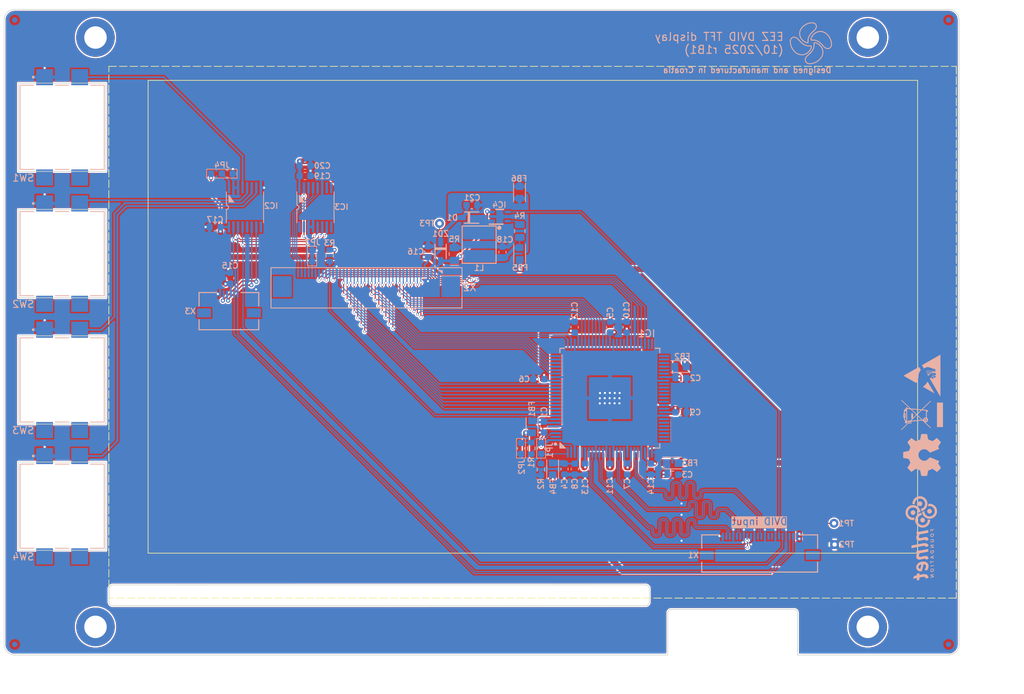
<source format=kicad_pcb>
(kicad_pcb (version 20241229) (generator "pcbnew") (generator_version "9.0")
  (title_block (title "${project_name}") (date "2025-10-03") (rev "${project_version}") (company "${project_creator}"))
  (layers (0 "F.Cu" signal) (2 "B.Cu" signal) (13 "F.Paste" user) (15 "B.Paste" user) (5 "F.SilkS" user "F.Silkscreen") (7 "B.SilkS" user "B.Silkscreen") (1 "F.Mask" user) (3 "B.Mask" user) (25 "Edge.Cuts" user))
  (property "project_creator" "Envox d.o.o.")
  (property "project_info" "DVID TFT display for EEZ BB3+")
  (property "project_name" "EEZ DVID TFT display")
  (property "project_url" "https://www.envox.eu")
  (property "project_version" "r1B1")
  (net 0 "")
  (net 1 "GND")
  (net 2 "+3V3")
  (net 29 "Net-(X2-RESET)")
  (net 31 "/YD")
  (net 54 "Net-(IC1-OCK_INV)")
  (net 55 "Net-(IC1-ST)")
  (net 56 "Net-(IC2-P1)")
  (net 57 "Net-(IC2-P2)")
  (net 58 "Net-(IC2-P0)")
  (net 59 "Net-(IC2-A0)")
  (net 60 "Net-(IC2-P3)")
  (net 61 "/VDDIO")
  (net 62 "/OVDD")
  (net 63 "/AVDD")
  (net 64 "/PVDD")
  (net 65 "/BL_GND")
  (net 66 "/VLED+")
  (net 67 "/DSI_D0_N")
  (net 68 "/QE12")
  (net 69 "/QE3")
  (net 70 "/QE19")
  (net 71 "/QE10")
  (net 72 "/DSI_CLK_N")
  (net 73 "/QE23")
  (net 74 "/DPI_DE")
  (net 75 "/DSI_D1_N")
  (net 76 "/QE11")
  (net 77 "/QE22")
  (net 78 "/QE7")
  (net 79 "/QE0")
  (net 80 "/QE17")
  (net 81 "/QE21")
  (net 82 "/DPI_PCLK")
  (net 83 "/QE14")
  (net 84 "/QE13")
  (net 85 "/QE2")
  (net 86 "/DSI_CLK_P")
  (net 87 "/QE16")
  (net 88 "/DSI_D2_P")
  (net 89 "/QE5")
  (net 90 "/QE6")
  (net 91 "/DPI_VSYNC")
  (net 92 "/QE4")
  (net 93 "/DPI_ACTIVE")
  (net 94 "/DPI_HSYNC")
  (net 95 "/QE8")
  (net 96 "/QE20")
  (net 97 "/DSI_D1_P")
  (net 98 "/DSI_D2_N")
  (net 99 "/QE9")
  (net 100 "/DSI_D0_P")
  (net 101 "/QE1")
  (net 102 "/QE18")
  (net 103 "/QE15")
  (net 104 "/~{IRQ}")
  (net 105 "/~{TOUCH_IRQ}")
  (net 107 "/TOUCH_WAKE")
  (net 108 "/SCL")
  (net 110 "/SDA")
  (net 111 "/BL_PWM")
  (net 112 "/VLED-")
  (net 113 "/XR")
  (net 114 "/XL")
  (net 115 "/YU")
  (net 116 "Net-(C18-Pad1)")
  (net 117 "Net-(IC4-SW)")
  (net 123 "Net-(IC4-VIN)")
  (footprint "PCM_EEZ_THT:Mounting_hole 3.2_5.5mm" (layer "F.Cu") (at 208 53.5)
    (property "Reference" "H4" (hide yes))
    (property "Value" "MountingHole_Pad" (hide yes))
  )
  (footprint "PCM_EEZ_THT:Mounting_hole 3.2_5.5mm" (layer "F.Cu") (at 208 137.5)
    (property "Reference" "H1" (hide yes))
    (property "Value" "MountingHole_Pad" (hide yes))
  )
  (footprint "PCM_EEZ_THT:Mounting_hole 3.2_5.5mm" (layer "F.Cu") (at 98 137.5)
    (property "Reference" "H3" (hide yes))
    (property "Value" "MountingHole_Pad" (hide yes))
  )
  (footprint "PCM_EEZ_THT:Mounting_hole 3.2_5.5mm" (layer "F.Cu") (at 98 53.5)
    (property "Reference" "H2" (hide yes))
    (property "Value" "MountingHole_Pad" (hide yes))
  )
  (footprint "PCM_EEZ_SMD:Fiducial_0.75mm_Mask1.5mm" (layer "B.Cu") (at 219.5 140)
    (property "Reference" "FM1" (hide yes))
    (property "Value" "~")
  )
  (footprint "PCM_EEZ_passives:C_0603_1608Metric" (layer "B.Cu") (at 117.18 87.8 90)
    (property "Reference" "C15")
    (property "Value" "4u7")
  )
  (footprint "PCM_EEZ_passives:BEAD0603" (layer "B.Cu") (at 158.41 84.3 90)
    (property "Reference" "FB5")
    (property "Value" "60R@100MHz")
  )
  (footprint "PCM_EEZ_unsorted:WEEE logo" (layer "B.Cu") (at 215.7 107.3 -90)
    (property "Reference" "LOGO3" (hide yes))
    (property "Value" "WEEE logo" (hide yes))
  )
  (footprint "PCM_EEZ_passives:C_0603_1608Metric" (layer "B.Cu") (at 181.39 102.04)
    (property "Reference" "C2")
    (property "Value" "10u")
  )
  (footprint "PCM_EEZ_SMD:Fiducial_0.75mm_Mask1.5mm" (layer "B.Cu") (at 86.5 51)
    (property "Reference" "FM4" (hide yes))
    (property "Value" "~")
  )
  (footprint "PCM_EEZ_unsorted:B3FS-4052P" (layer "B.Cu") (at 93.25 102.3 -90)
    (property "Reference" "SW3")
    (property "Value" "B3FS-4052P")
  )
  (footprint "PCM_EEZ_SMD:Fiducial_0.75mm_Mask1.5mm" (layer "B.Cu") (at 219.5 51)
    (property "Reference" "FM3" (hide yes))
    (property "Value" "~")
  )
  (footprint "PCM_EEZ_SMD:SOD-323_1P8X1P35_ONS-M" (layer "B.Cu") (at 147.15 83.98 -90)
    (property "Reference" "ZD1")
    (property "Value" "BZX384-B24,115")
  )
  (footprint "PCM_EEZ_SMD:SOD-323_1P8X1P35_ONS-M" (layer "B.Cu") (at 151.57 79.165)
    (property "Reference" "D1")
    (property "Value" "RB751V40T1G")
  )
  (footprint "PCM_EEZ_unsorted:B3FS-4052P" (layer "B.Cu") (at 93.25 66.3 -90)
    (property "Reference" "SW1")
    (property "Value" "B3FS-4052P")
  )
  (footprint "PCM_EEZ_passives:DE0403" (layer "B.Cu") (at 152.64 83.03 180)
    (property "Reference" "L1")
    (property "Value" "DLG-0403-4R7")
  )
  (footprint "PCM_EEZ_passives:C_0603_1608Metric" (layer "B.Cu") (at 173.75 115.01 -90)
    (property "Reference" "C7")
    (property "Value" "100n")
  )
  (footprint "PCM_EEZ_passives:C_0603_1608Metric" (layer "B.Cu") (at 115.03 80.53 180)
    (property "Reference" "C17")
    (property "Value" "100n")
  )
  (footprint "PCM_EEZ_passives:R_0603_1608Metric" (layer "B.Cu") (at 131.35 84.59 90)
    (property "Reference" "R3")
    (property "Value" "10K")
  )
  (footprint "PCM_EEZ_connectors:5051102291" (layer "B.Cu") (at 192.600001 127.04 180)
    (property "Reference" "X1")
    (property "Value" "5051102091")
  )
  (footprint "PCM_EEZ_passives:C_0603_1608Metric" (layer "B.Cu") (at 127.84 71.77)
    (property "Reference" "C20")
    (property "Value" "1u")
  )
  (footprint "PCM_EEZ_passives:C_0603_1608Metric" (layer "B.Cu") (at 161.145 102.19 180)
    (property "Reference" "C6")
    (property "Value" "100n")
  )
  (footprint "PCM_EEZ_SMD:JP2 open (0603)" (layer "B.Cu") (at 161.48 112.06 -90)
    (property "Reference" "JP1")
    (property "Value" "~" (hide yes))
  )
  (footprint "PCM_EEZ_passives:BEAD0603" (layer "B.Cu") (at 160.17 108.99 90)
    (property "Reference" "FB1")
    (property "Value" "60R@100MHz")
  )
  (footprint "PCM_EEZ_passives:C_0603_1608Metric" (layer "B.Cu") (at 151.6 77.4)
    (property "Reference" "C21")
    (property "Value" "1u")
  )
  (footprint "PCM_EEZ_passives:C_0603_1608Metric" (layer "B.Cu") (at 127.84 73.24)
    (property "Reference" "C19")
    (property "Value" "100n")
  )
  (footprint "PCM_EEZ_SMD:JP2 shorted (0603)" (layer "B.Cu") (at 128.85 84.651 90)
    (property "Reference" "JP3")
    (property "Value" "JP2 shorted" (hide yes))
  )
  (footprint "PCM_EEZ_passives:C_0603_1608Metric" (layer "B.Cu") (at 155.96 84.085 90)
    (property "Reference" "C18")
    (property "Value" "10u")
  )
  (footprint "PCM_EEZ_passives:C_0603_1608Metric" (layer "B.Cu") (at 181.38 106.91)
    (property "Reference" "C9")
    (property "Value" "100n")
  )
  (footprint "PCM_EEZ_passives:BEAD0603" (layer "B.Cu") (at 180.15 114.15 180)
    (property "Reference" "FB3")
    (property "Value" "60R@100MHz")
  )
  (footprint "PCM_EEZ_passives:C_0603_1608Metric" (layer "B.Cu") (at 164.8 115.01 -90)
    (property "Reference" "C4")
    (property "Value" "10u")
  )
  (footprint "PCM_EEZ_SMD:JP2 open (0603)" (layer "B.Cu") (at 158.6 112.05 -90)
    (property "Reference" "JP2")
    (property "Value" "~" (hide yes))
  )
  (footprint "PCM_EEZ_SMD:PW(R-PDSO-G16)" (layer "B.Cu") (at 129.34 77.7 -90)
    (property "Reference" "IC3")
    (property "Value" "TSC2007IPWR")
  )
  (footprint "PCM_EEZ_SMD:JP3 shorted with 0R (0603) 2-3" (layer "B.Cu") (at 116 72.9)
    (property "Reference" "JP4")
    (property "Value" "~" (hide yes))
  )
  (footprint "PCM_EEZ_passives:C_0603_1608Metric" (layer "B.Cu") (at 173.65 94.775 90)
    (property "Reference" "C10")
    (property "Value" "100n")
  )
  (footprint "PCM_EEZ_passives:C_0603_1608Metric" (layer "B.Cu") (at 166.27 115.01 -90)
    (property "Reference" "C8")
    (property "Value" "100n")
  )
  (footprint "PCM_EEZ_unsorted:ESD  logo" (layer "B.Cu") (at 215.708033 101.7 -90)
    (property "Reference" "LOGO4" (hide yes))
    (property "Value" "ESD logo" (hide yes))
  )
  (footprint "PCM_EEZ_unsorted:NLnet logo" (layer "B.Cu") (at 215.750081 124.9 -90)
    (property "Reference" "LOGO5" (hide yes))
    (property "Value" "NLnet logo" (hide yes))
  )
  (footprint "PCM_EEZ_passives:C_0603_1608Metric" (layer "B.Cu") (at 161.88 109.02 -90)
    (property "Reference" "C1")
    (property "Value" "10u")
  )
  (footprint "PCM_EEZ_connectors:5051104091" (layer "B.Cu") (at 136.6 89 180)
    (property "Reference" "X2")
    (property "Value" "505110-4091" (hide yes))
  )
  (footprint "PCM_EEZ_SMD:DCK5" (layer "B.Cu") (at 155.575 79.015)
    (property "Reference" "IC4")
    (property "Value" "TPS61169DCKR")
  )
  (footprint "PCM_EEZ_passives:C_0603_1608Metric" (layer "B.Cu") (at 145.38 84.025 90)
    (property "Reference" "C16")
    (property "Value" "4u7")
  )
  (footprint "PCM_EEZ_passives:C_0603_1608Metric" (layer "B.Cu") (at 171.31 94.78 90)
    (property "Reference" "C5")
    (property "Value" "100n")
  )
  (footprint "Resistor_SMD:R_0805_2012Metric" (layer "B.Cu") (at 149.12 84.3575 -90)
    (property "Reference" "R5")
    (property "Value" "10R")
  )
  (footprint "PCM_EEZ_unsorted:B3FS-4052P" (layer "B.Cu") (at 93.25 120.3 -90)
    (property "Reference" "SW4")
    (property "Value" "B3FS-4052P")
  )
  (footprint "PCM_EEZ_unsorted:EEZ logo (outline 6mm)" (layer "B.Cu") (at 199.9 54.313523 180)
    (property "Reference" "LOGO2" (hide yes))
    (property "Value" "EEZ logo" (hide yes))
  )
  (footprint "Resistor_SMD:R_0805_2012Metric" (layer "B.Cu") (at 158.43 81.08 -90)
    (property "Reference" "R4")
    (property "Value" "10R")
  )
  (footprint "PCM_EEZ_unsorted:B3FS-4052P" (layer "B.Cu") (at 93.25 84.3 -90)
    (property "Reference" "SW2")
    (property "Value" "B3FS-4052P")
  )
  (footprint "PCM_EEZ_SMD:Fiducial_0.75mm_Mask1.5mm" (layer "B.Cu") (at 86.5 140)
    (property "Reference" "FM2" (hide yes))
    (property "Value" "~")
  )
  (footprint "PCM_EEZ_THT:Testhole 24_50mils" (layer "B.Cu") (at 147 80)
    (property "Reference" "TP3")
    (property "Value" "PCB_TEST_TABSHIELD")
  )
  (footprint "PCM_EEZ_passives:BEAD0603" (layer "B.Cu") (at 158.39 75.58 -90)
    (property "Reference" "FB6")
    (property "Value" "60R@100MHz")
  )
  (footprint "PCM_EEZ_passives:C_0603_1608Metric" (layer "B.Cu") (at 177.1 115.01 -90)
    (property "Reference" "C14")
    (property "Value" "100n")
  )
  (footprint "PCM_EEZ_passives:C_0603_1608Metric" (layer "B.Cu") (at 166.25 94.78 90)
    (property "Reference" "C12")
    (property "Value" "100n")
  )
  (footprint "PCM_EEZ_passives:R_0603_1608Metric" (layer "B.Cu") (at 161.44 115.07 -90)
    (property "Reference" "R2")
    (property "Value" "10K")
  )
  (footprint "PCM_EEZ_connectors:5051100692" (layer "B.Cu") (at 117 92.5 180)
    (property "Reference" "X3")
    (property "Value" "505110-0692")
  )
  (footprint "PCM_EEZ_SMD:QFP50P1600X1600X120-101N" (layer "B.Cu") (at 171.26 104.9)
    (property "Reference" "IC1")
    (property "Value" "TFP401APZP")
  )
  (footprint "PCM_EEZ_passives:R_0603_1608Metric" (layer "B.Cu") (at 160.06 112.06 90)
    (property "Reference" "R1")
    (property "Value" "10K")
  )
  (footprint "PCM_EEZ_THT:Testhole 24_50mils" (layer "B.Cu") (at 203.27 125.76 -90)
    (property "Reference" "TP2")
    (property "Value" "PCB_TEST_TABSHIELD")
  )
  (footprint "PCM_EEZ_passives:BEAD0603" (layer "B.Cu") (at 163.11 114.99 90)
    (property "Reference" "FB4")
    (property "Value" "60R@100MHz")
  )
  (footprint "PCM_EEZ_passives:C_0603_1608Metric" (layer "B.Cu") (at 171.26 115.02 -90)
    (property "Reference" "C11")
    (property "Value" "100n")
  )
  (footprint "PCM_EEZ_passives:C_0603_1608Metric" (layer "B.Cu") (at 180.235 115.8)
    (property "Reference" "C3")
    (property "Value" "10u")
  )
  (footprint "PCM_EEZ_THT:Testhole 24_50mils" (layer "B.Cu") (at 203.19 122.74 -90)
    (property "Reference" "TP1")
    (property "Value" "PCB_TEST_TABSHIELD")
  )
  (footprint "PCM_EEZ_passives:BEAD0603" (layer "B.Cu") (at 181.3 100.4 180)
    (property "Reference" "FB2")
    (property "Value" "60R@100MHz")
  )
  (footprint "PCM_EEZ_passives:C_0603_1608Metric" (layer "B.Cu") (at 167.75 115.01 -90)
    (property "Reference" "C13")
    (property "Value" "100n")
  )
  (footprint "PCM_EEZ_SMD:PW(R-PDSO-G16)" (layer "B.Cu") (at 119.3 77.7 -90)
    (property "Reference" "IC2")
    (property "Value" "TCA9554APWR")
  )
  (footprint "PCM_EEZ_unsorted:Open HW logo" (layer "B.Cu") (at 215.706929 113 -90)
    (property "Reference" "LOGO1" (hide yes))
    (property "Value" "Open HW logo" (hide yes))
  )
  (gr_rect (start 105.5 59.6) (end 215.1 127) (stroke (width 0.1)) (fill no) (layer "F.SilkS"))
  (gr_rect (start 99.9 57.6) (end 220.6 133.4) (stroke (width 0.1) (type dash)) (fill no) (layer "F.SilkS"))
  (gr_arc (start 99.906586 132.081586) (mid 100.075 131.675) (end 100.481586 131.506586) (stroke (width 0.1)) (layer "Edge.Cuts"))
  (gr_line (start 221 140) (end 221 51) (stroke (width 0.1)) (layer "Edge.Cuts"))
  (gr_arc (start 179.5 135.5) (mid 179.646447 135.146447) (end 180 135) (stroke (width 0.1)) (layer "Edge.Cuts"))
  (gr_line (start 179.5 141.5) (end 179.5 135.5) (stroke (width 0.1)) (layer "Edge.Cuts"))
  (gr_line (start 180 135) (end 197.5 135) (stroke (width 0.1)) (layer "Edge.Cuts"))
  (gr_arc (start 176.898414 133.925) (mid 176.73 134.331586) (end 176.323414 134.5) (stroke (width 0.1)) (layer "Edge.Cuts"))
  (gr_arc (start 85 51) (mid 85.439339 49.939341) (end 86.499997 49.5) (stroke (width 0.1)) (layer "Edge.Cuts"))
  (gr_line (start 176.9 132.075) (end 176.9 133.925) (stroke (width 0.1)) (layer "Edge.Cuts"))
  (gr_line (start 85 140) (end 85 51) (stroke (width 0.1)) (layer "Edge.Cuts"))
  (gr_line (start 86.5 49.5) (end 219.5 49.5) (stroke (width 0.1)) (layer "Edge.Cuts"))
  (gr_arc (start 221 140) (mid 220.560661 141.060659) (end 219.500003 141.5) (stroke (width 0.1)) (layer "Edge.Cuts"))
  (gr_line (start 198 141.5) (end 219.5 141.5) (stroke (width 0.1)) (layer "Edge.Cuts"))
  (gr_line (start 99.906586 133.931586) (end 99.906586 132.081586) (stroke (width 0.1)) (layer "Edge.Cuts"))
  (gr_arc (start 197.5 135) (mid 197.853553 135.146447) (end 198 135.5) (stroke (width 0.1)) (layer "Edge.Cuts"))
  (gr_rect (start 87 114) (end 99.5 126.6) (stroke (width 0.1)) (fill no) (layer "Edge.Cuts"))
  (gr_rect (start 87 96) (end 99.5 108.6) (stroke (width 0.1)) (fill no) (layer "Edge.Cuts"))
  (gr_line (start 86.5 141.5) (end 179.5 141.5) (stroke (width 0.1)) (layer "Edge.Cuts"))
  (gr_arc (start 86.5 141.5) (mid 85.439341 141.060661) (end 85 140.000003) (stroke (width 0.1)) (layer "Edge.Cuts"))
  (gr_arc (start 100.481586 134.506586) (mid 100.075 134.338172) (end 99.906586 133.931586) (stroke (width 0.1)) (layer "Edge.Cuts"))
  (gr_line (start 176.325 134.5) (end 100.481586 134.506586) (stroke (width 0.1)) (layer "Edge.Cuts"))
  (gr_line (start 100.481587 131.506587) (end 176.325 131.5) (stroke (width 0.1)) (layer "Edge.Cuts"))
  (gr_line (start 198 135.5) (end 198 141.5) (stroke (width 0.1)) (layer "Edge.Cuts"))
  (gr_rect (start 87 60) (end 99.5 72.6) (stroke (width 0.1)) (fill no) (layer "Edge.Cuts"))
  (gr_arc (start 219.500041 49.500003) (mid 220.560673 49.939356) (end 221.000041 51) (stroke (width 0.1)) (layer "Edge.Cuts"))
  (gr_rect (start 87 78) (end 99.5 90.6) (stroke (width 0.1)) (fill no) (layer "Edge.Cuts"))
  (gr_arc (start 176.323414 131.5) (mid 176.73 131.668414) (end 176.898414 132.075) (stroke (width 0.1)) (layer "Edge.Cuts"))
  (gr_text "${project_name}\n(10/2025 ${project_version})" (at 196.1 55.9 0) (layer "B.SilkS") (effects (font (size 1.143 1.143) (thickness 0.1524)) (justify left bottom mirror)))
  (gr_text "Designed and manufactured in Croatia" (at 202.9 58.613523 0) (layer "B.SilkS") (effects (font (size 0.8128 0.8128) (thickness 0.1524)) (justify left bottom mirror)))
  (via (at 181.47 121.53) (size 0.4) (drill 0.3) (layers "F.Cu" "B.Cu") (net 1))
  (via (at 172.63 104.915) (size 0.4) (drill 0.3) (layers "F.Cu" "B.Cu") (net 1))
  (via (at 161.29 109.79) (size 0.4) (drill 0.3) (layers "F.Cu" "B.Cu") (net 1))
  (via (at 191.39 125.74) (size 0.4) (drill 0.3) (layers "F.Cu" "B.Cu") (net 1))
  (via (at 169.83 105.645) (size 0.4) (drill 0.3) (layers "F.Cu" "B.Cu") (net 1))
  (via (at 193.35 123.65) (size 0.4) (drill 0.3) (layers "F.Cu" "B.Cu") (net 1))
  (via (at 113.68 80.51) (size 0.6) (drill 0.3) (layers "F.Cu" "B.Cu") (net 1))
  (via (at 171.23 105.625) (size 0.4) (drill 0.3) (layers "F.Cu" "B.Cu") (net 1))
  (via (at 181.47 125.23) (size 0.4) (drill 0.3) (layers "F.Cu" "B.Cu") (net 1))
  (via (at 171.96 104.165) (size 0.4) (drill 0.3) (layers "F.Cu" "B.Cu") (net 1))
  (via (at 171.5 116.33) (size 0.4) (drill 0.3) (layers "F.Cu" "B.Cu") (net 1))
  (via (at 164.78 116.31) (size 0.4) (drill 0.3) (layers "F.Cu" "B.Cu") (net 1))
  (via (at 90.76 93.79) (size 0.6) (drill 0.3) (layers "F.Cu" "B.Cu") (net 1))
  (via (at 190.35 123.65) (size 0.4) (drill 0.3) (layers "F.Cu" "B.Cu") (net 1))
  (via (at 196.36 123.65) (size 0.4) (drill 0.3) (layers "F.Cu" "B.Cu") (net 1))
  (via (at 170.53 104.905) (size 0.4) (drill 0.3) (layers "F.Cu" "B.Cu") (net 1))
  (via (at 181.47 119.92) (size 0.4) (drill 0.3) (layers "F.Cu" "B.Cu") (net 1))
  (via (at 117.57 72.23) (size 0.6) (drill 0.3) (layers "F.Cu" "B.Cu") (net 1))
  (via (at 194.84 123.65) (size 0.4) (drill 0.3) (layers "F.Cu" "B.Cu") (net 1))
  (via (at 172.63 105.64) (size 0.4) (drill 0.3) (layers "F.Cu" "B.Cu") (net 1))
  (via (at 171.26 104.155) (size 0.4) (drill 0.3) (layers "F.Cu" "B.Cu") (net 1))
  (via (at 171.23 104.9) (size 0.4) (drill 0.3) (layers "F.Cu" "B.Cu") (net 1))
  (via (at 172.66 104.17) (size 0.4) (drill 0.3) (layers "F.Cu" "B.Cu") (net 1))
  (via (at 129.53 83.86) (size 0.6) (drill 0.3) (layers "F.Cu" "B.Cu") (net 1))
  (via (at 173.74 116.34) (size 0.4) (drill 0.3) (layers "F.Cu" "B.Cu") (net 1))
  (via (at 190.19 125.45) (size 0.4) (drill 0.3) (layers "F.Cu" "B.Cu") (net 1))
  (via (at 128.63 72.49) (size 0.6) (drill 0.3) (layers "F.Cu" "B.Cu") (net 1))
  (via (at 90.76 75.85) (size 0.6) (drill 0.3) (layers "F.Cu" "B.Cu") (net 1))
  (via (at 160.91 102.21) (size 0.4) (drill 0.3) (layers "F.Cu" "B.Cu") (net 1))
  (via (at 167.73 116.33) (size 0.4) (drill 0.3) (layers "F.Cu" "B.Cu") (net 1))
  (via (at 171.26 93.44) (size 0.4) (drill 0.3) (layers "F.Cu" "B.Cu") (net 1))
  (via (at 116.9 86.5) (size 0.6) (drill 0.3) (layers "F.Cu" "B.Cu") (net 1))
  (via (at 90.76 57.84) (size 0.6) (drill 0.3) (layers "F.Cu" "B.Cu") (net 1))
  (via (at 115.43 90.06) (size 0.6) (drill 0.3) (layers "F.Cu" "B.Cu") (net 1))
  (via (at 170.53 105.63) (size 0.4) (drill 0.3) (layers "F.Cu" "B.Cu") (net 1))
  (via (at 144.74 83.25) (size 0.6) (drill 0.3) (layers "F.Cu" "B.Cu") (net 1))
  (via (at 186.87 124.56) (size 0.4) (drill 0.3) (layers "F.Cu" "B.Cu") (net 1))
  (via (at 188.85 123.65) (size 0.4) (drill 0.3) (layers "F.Cu" "B.Cu") (net 1))
  (via (at 173.65 93.42) (size 0.4) (drill 0.3) (layers "F.Cu" "B.Cu") (net 1))
  (via (at 132.35 86.13) (size 0.6) (drill 0.3) (layers "F.Cu" "B.Cu") (net 1))
  (via (at 145.35 88.2286) (size 0.6) (drill 0.3) (layers "F.Cu" "B.Cu") (net 1))
  (via (at 171.93 104.91) (size 0.4) (drill 0.3) (layers "F.Cu" "B.Cu") (net 1))
  (via (at 169.83 104.92) (size 0.4) (drill 0.3) (layers "F.Cu" "B.Cu") (net 1))
  (via (at 122.02 74.91) (size 0.6) (drill 0.3) (layers "F.Cu" "B.Cu") (net 1))
  (via (at 166.25 93.44) (size 0.4) (drill 0.3) (layers "F.Cu" "B.Cu") (net 1))
  (via (at 191.84 123.65) (size 0.4) (drill 0.3) (layers "F.Cu" "B.Cu") (net 1))
  (via (at 120.87 89.4) (size 0.6) (drill 0.3) (layers "F.Cu" "B.Cu") (net 1))
  (via (at 169.86 104.175) (size 0.4) (drill 0.3) (layers "F.Cu" "B.Cu") (net 1))
  (via (at 90.76 111.85) (size 0.6) (drill 0.3) (layers "F.Cu" "B.Cu") (net 1))
  (via (at 177.09 116.35) (size 0.4) (drill 0.3) (layers "F.Cu" "B.Cu") (net 1))
  (via (at 170.56 104.16) (size 0.4) (drill 0.3) (layers "F.Cu" "B.Cu") (net 1))
  (via (at 171.93 105.635) (size 0.4) (drill 0.3) (layers "F.Cu" "B.Cu") (net 1))
  (segment (start 190.35 125.29) (end 190.35 124.59) (width 0.254) (layer "B.Cu") (net 1))
  (segment (start 132.35 87.1) (end 132.35 86.13) (width 0.1524) (layer "B.Cu") (net 1))
  (segment (start 190.19 125.45) (end 190.35 125.29) (width 0.254) (layer "B.Cu") (net 1))
  (segment (start 145.35 88.2286) (end 145.35 87.1) (width 0.254) (layer "B.Cu") (net 1))
  (segment (start 183.8 114.12) (end 198.22 114.12) (width 0.8128) (layer "F.Cu") (net 2))
  (segment (start 115.8 81.13) (end 115.8 84.8) (width 0.8128) (layer "F.Cu") (net 2))
  (segment (start 145.78 84.78) (end 144.78 84.78) (width 0.8128) (layer "F.Cu") (net 2))
  (segment (start 181.93 114.12) (end 183.8 114.12) (width 0.8128) (layer "F.Cu") (net 2))
  (segment (start 203.19 122.74) (end 198.24 122.74) (width 0.1524) (layer "F.Cu") (net 2))
  (segment (start 133.05 74.83) (end 129.35 71.13) (width 0.8128) (layer "F.Cu") (net 2))
  (segment (start 173.06 129.45) (end 161.59 117.98) (width 0.8128) (layer "F.Cu") (net 2))
  (segment (start 132.1 84.78) (end 133.05 84.78) (width 0.8128) (layer "F.Cu") (net 2))
  (segment (start 198.24 122.74) (end 198.24 114.14) (width 0.8128) (layer "F.Cu") (net 2))
  (segment (start 132.1 84.78) (end 115.82 84.78) (width 0.8128) (layer "F.Cu") (net 2))
  (segment (start 114.46 76) (end 115.8 77.34) (width 0.2032) (layer "F.Cu") (net 2))
  (segment (start 198.22 114.12) (end 198.24 114.14) (width 0.8128) (layer "F.Cu") (net 2))
  (segment (start 198.24 114.14) (end 198.24 108.5) (width 0.8128) (layer "F.Cu") (net 2))
  (segment (start 198.24 124.95) (end 198.24 127.24) (width 0.8128) (layer "F.Cu") (net 2))
  (segment (start 127.1 71.13) (end 127.09 71.14) (width 0.8128) (layer "F.Cu") (net 2))
  (segment (start 132.04 84.72) (end 132.1 84.78) (width 0.2032) (layer "F.Cu") (net 2))
  (segment (start 198.24 127.24) (end 196.03 129.45) (width 0.8128) (layer "F.Cu") (net 2))
  (segment (start 158.41 86.52) (end 147.52 86.52) (width 0.8128) (layer "F.Cu") (net 2))
  (segment (start 183.8 101.62) (end 181.93 99.75) (width 0.8128) (layer "F.Cu") (net 2))
  (segment (start 132.04 83.77) (end 132.04 84.72) (width 0.2032) (layer "F.Cu") (net 2))
  (segment (start 176.26 86.52) (end 196.895 107.155) (width 0.8128) (layer "F.Cu") (net 2))
  (segment (start 129.35 71.13) (end 127.1 71.13) (width 0.8128) (layer "F.Cu") (net 2))
  (segment (start 115.8 87.89) (end 116.52 88.61) (width 0.8128) (layer "F.Cu") (net 2))
  (segment (start 133.05 84.78) (end 133.05 74.83) (width 0.8128) (layer "F.Cu") (net 2))
  (segment (start 115.8 84.8) (end 115.8 87.89) (width 0.8128) (layer "F.Cu") (net 2))
  (segment (start 183.8 114.12) (end 183.8 101.62) (width 0.8128) (layer "F.Cu") (net 2))
  (segment (start 114.46 73.53) (end 114.46 76) (width 0.2032) (layer "F.Cu") (net 2))
  (segment (start 196.03 129.45) (end 173.06 129.45) (width 0.8128) (layer "F.Cu") (net 2))
  (segment (start 115.82 84.78) (end 115.8 84.8) (width 0.8128) (layer "F.Cu") (net 2))
  (segment (start 159.3 115.69) (end 159.3 109.84) (width 0.8128) (layer "F.Cu") (net 2))
  (segment (start 198.24 108.5) (end 196.895 107.155) (width 0.8128) (layer "F.Cu") (net 2))
  (segment (start 133.05 84.78) (end 144.78 84.78) (width 0.8128) (layer "F.Cu") (net 2))
  (segment (start 158.41 86.52) (end 176.26 86.52) (width 0.8128) (layer "F.Cu") (net 2))
  (segment (start 115.8 77.34) (end 115.8 81.13) (width 0.2032) (layer "F.Cu") (net 2))
  (segment (start 198.24 124.25) (end 198.24 122.74) (width 0.8128) (layer "F.Cu") (net 2))
  (segment (start 163.14 116.43) (end 161.59 117.98) (width 0.8128) (layer "F.Cu") (net 2))
  (segment (start 198.24 124.95) (end 198.24 124.25) (width 0.8128) (layer "F.Cu") (net 2))
  (segment (start 147.52 86.52) (end 145.78 84.78) (width 0.8128) (layer "F.Cu") (net 2))
  (segment (start 161.59 117.98) (end 159.3 115.69) (width 0.8128) (layer "F.Cu") (net 2))
  (via (at 198.24 124.25) (size 0.6) (drill 0.3) (layers "F.Cu" "B.Cu") (net 2))
  (via (at 127.09 71.14) (size 0.4) (drill 0.3) (layers "F.Cu" "B.Cu") (net 2))
  (via (at 163.14 116.43) (size 0.4) (drill 0.3) (layers "F.Cu" "B.Cu") (net 2))
  (via (at 115.8 81.13) (size 0.6) (drill 0.3) (layers "F.Cu" "B.Cu") (net 2))
  (via (at 181.93 114.12) (size 0.4) (drill 0.3) (layers "F.Cu" "B.Cu") (net 2))
  (via (at 159.3 109.84) (size 0.4) (drill 0.3) (layers "F.Cu" "B.Cu") (net 2))
  (via (at 181.93 99.75) (size 0.4) (drill 0.3) (layers "F.Cu" "B.Cu") (net 2))
  (via (at 132.04 83.77) (size 0.6) (drill 0.3) (layers "F.Cu" "B.Cu") (net 2))
  (via (at 114.46 73.53) (size 0.6) (drill 0.3) (layers "F.Cu" "B.Cu") (net 2))
  (via (at 116.52 88.61) (size 0.6) (drill 0.3) (layers "F.Cu" "B.Cu") (net 2))
  (via (at 198.24 124.95) (size 0.6) (drill 0.3) (layers "F.Cu" "B.Cu") (net 2))
  (via (at 144.78 84.78) (size 0.6) (drill 0.3) (layers "F.Cu" "B.Cu") (net 2))
  (via (at 158.41 86.52) (size 0.6) (drill 0.3) (layers "F.Cu" "B.Cu") (net 2))
  (segment (start 145.38 85.395) (end 145.38 84.8) (width 0.254) (layer "B.Cu") (net 2))
  (segment (start 181.93 114.12) (end 181.03 114.12) (width 0.8128) (layer "B.Cu") (net 2))
  (segment (start 117 80.5) (end 115.8 80.5) (width 0.3) (layer "B.Cu") (net 2))
  (segment (start 127.09 71.745) (end 127.065 71.77) (width 0.8128) (layer "B.Cu") (net 2))
  (segment (start 181.93 99.75) (end 181.93 100.18) (width 0.8128) (layer "B.Cu") (net 2))
  (segment (start 117.25 90.05) (end 117.25 88.65) (width 0.3) (layer "B.Cu") (net 2))
  (segment (start 144.85 87.1) (end 144.85 85.925) (width 0.254) (layer "B.Cu") (net 2))
  (segment (start 127.04 73.265) (end 127.065 73.24) (width 0.254) (layer "B.Cu") (net 2))
  (segment (start 117.25 88.65) (end 117.2 88.6) (width 0.3) (layer "B.Cu") (net 2))
  (segment (start 159.3 109.84) (end 160.17 109.84) (width 0.8128) (layer "B.Cu") (net 2))
  (segment (start 127.065 71.77) (end 127.065 73.24) (width 0.508) (layer "B.Cu") (net 2))
  (segment (start 127.04 74.9) (end 127.04 73.265) (width 0.254) (layer "B.Cu") (net 2))
  (segment (start 144.85 85.925) (end 145.38 85.395) (width 0.254) (layer "B.Cu") (net 2))
  (segment (start 181.93 100.18) (end 182.15 100.4) (width 0.8128) (layer "B.Cu") (net 2))
  (segment (start 158.41 86.52) (end 158.41 85.15) (width 0.8128) (layer "B.Cu") (net 2))
  (segment (start 127.09 71.14) (end 127.09 71.745) (width 0.8128) (layer "B.Cu") (net 2))
  (segment (start 181.03 114.12) (end 181 114.15) (width 0.8128) (layer "B.Cu") (net 2))
  (segment (start 128.85 87.1) (end 128.85 85.42) (width 0.254) (layer "B.Cu") (net 29))
  (segment (start 127.85 85.903346) (end 127.85 87.1) (width 0.1524) (layer "B.Cu") (net 31))
  (segment (start 127.7706 85.823946) (end 127.85 85.903346) (width 0.1524) (layer "B.Cu") (net 31))
  (segment (start 127.7706 85.550336) (end 127.7706 85.823946) (width 0.1524) (layer "B.Cu") (net 31))
  (segment (start 129.64 74.9) (end 129.64 75.795132) (width 0.1524) (layer "B.Cu") (net 31))
  (segment (start 129.64 75.795132) (end 126.6608 78.774332) (width 0.1524) (layer "B.Cu") (net 31))
  (segment (start 126.6608 84.440536) (end 127.7706 85.550336) (width 0.1524) (layer "B.Cu") (net 31))
  (segment (start 126.6608 78.774332) (end 126.6608 84.440536) (width 0.1524) (layer "B.Cu") (net 31))
  (segment (start 165.2656 112.8244) (end 165.249 112.841) (width 0.1524) (layer "B.Cu") (net 54))
  (segment (start 161.44 112.881) (end 161.48 112.841) (width 0.1524) (layer "B.Cu") (net 54))
  (segment (start 165.2656 112.6216) (end 165.2656 112.8244) (width 0.1524) (layer "B.Cu") (net 54))
  (segment (start 161.44 114.245) (end 161.44 112.881) (width 0.1524) (layer "B.Cu") (net 54))
  (segment (start 165.249 112.841) (end 161.48 112.841) (width 0.1524) (layer "B.Cu") (net 54))
  (segment (start 160.06 111.235) (end 158.646 111.235) (width 0.1524) (layer "B.Cu") (net 55))
  (segment (start 158.646 111.235) (end 158.6 111.281) (width 0.1524) (layer "B.Cu") (net 55))
  (segment (start 162.126414 110.6368) (end 160.6582 110.6368) (width 0.1524) (layer "B.Cu") (net 55))
  (segment (start 160.6582 110.6368) (end 160.06 111.235) (width 0.1524) (layer "B.Cu") (net 55))
  (segment (start 162.859414 109.9038) (end 162.126414 110.6368) (width 0.1524) (layer "B.Cu") (net 55))
  (segment (start 163.5384 109.9038) (end 162.859414 109.9038) (width 0.1524) (layer "B.Cu") (net 55))
  (segment (start 96.21 76.69) (end 95.75 77.15) (width 0.254) (layer "B.Cu") (net 56))
  (segment (start 119.6 74.9) (end 119.6 75.7) (width 0.254) (layer "B.Cu") (net 56))
  (segment (start 119.6 75.7) (end 118.61 76.69) (width 0.254) (layer "B.Cu") (net 56))
  (segment (start 118.61 76.69) (end 96.21 76.69) (width 0.254) (layer "B.Cu") (net 56))
  (segment (start 120.25 74.9) (end 120.25 75.7) (width 0.254) (layer "B.Cu") (net 57))
  (segment (start 118.85 77.1) (end 102.19 77.1) (width 0.254) (layer "B.Cu") (net 57))
  (segment (start 100.69 93.3) (end 98.84 95.15) (width 0.254) (layer "B.Cu") (net 57))
  (segment (start 98.84 95.15) (end 95.75 95.15) (width 0.254) (layer "B.Cu") (net 57))
  (segment (start 100.69 92.78) (end 100.69 93.3) (width 0.254) (layer "B.Cu") (net 57))
  (segment (start 100.69 78.6) (end 100.69 92.78) (width 0.254) (layer "B.Cu") (net 57))
  (segment (start 102.19 77.1) (end 100.69 78.6) (width 0.254) (layer "B.Cu") (net 57))
  (segment (start 120.25 75.7) (end 118.85 77.1) (width 0.254) (layer "B.Cu") (net 57))
  (segment (start 107.7 59.15) (end 95.75 59.15) (width 0.254) (layer "B.Cu") (net 58))
  (segment (start 118.95 70.4) (end 107.7 59.15) (width 0.254) (layer "B.Cu") (net 58))
  (segment (start 118.95 74.9) (end 118.95 70.4) (width 0.254) (layer "B.Cu") (net 58))
  (segment (start 117 74.9) (end 117 73.9) (width 0.254) (layer "B.Cu") (net 59))
  (segment (start 117 73.9) (end 116 72.9) (width 0.254) (layer "B.Cu") (net 59))
  (segment (start 120.9 74.9) (end 120.9 75.7) (width 0.254) (layer "B.Cu") (net 60))
  (segment (start 119.07 77.53) (end 102.41 77.53) (width 0.254) (layer "B.Cu") (net 60))
  (segment (start 98.95 113.15) (end 95.75 113.15) (width 0.254) (layer "B.Cu") (net 60))
  (segment (start 120.9 75.7) (end 119.07 77.53) (width 0.254) (layer "B.Cu") (net 60))
  (segment (start 101.11 110.99) (end 98.95 113.15) (width 0.254) (layer "B.Cu") (net 60))
  (segment (start 101.11 110.6) (end 101.11 110.99) (width 0.254) (layer "B.Cu") (net 60))
  (segment (start 101.11 78.83) (end 101.11 110.6) (width 0.254) (layer "B.Cu") (net 60))
  (segment (start 102.41 77.53) (end 101.11 78.83) (width 0.254) (layer "B.Cu") (net 60))
  (segment (start 161.71 109.03) (end 161.29 108.61) (width 0.1524) (layer "F.Cu") (net 61))
  (segment (start 161.71 110.35) (end 161.48 110.58) (width 0.1524) (layer "F.Cu") (net 61))
  (segment (start 161.71 110.35) (end 161.71 109.03) (width 0.1524) (layer "F.Cu") (net 61))
  (segment (start 161.48 110.58) (end 161.48 111.78) (width 0.1524) (layer "F.Cu") (net 61))
  (via (at 161.29 108.61) (size 0.4) (drill 0.3) (layers "F.Cu" "B.Cu") (net 61))
  (via (at 171.9 95.5) (size 0.4) (drill 0.3) (layers "F.Cu" "B.Cu") (net 61))
  (via (at 180.6 106.3) (size 0.4) (drill 0.3) (layers "F.Cu" "B.Cu") (net 61))
  (via (at 161.48 111.78) (size 0.4) (drill 0.3) (layers "F.Cu" "B.Cu") (net 61))
  (via (at 161.29 108.02) (size 0.4) (drill 0.3) (layers "F.Cu" "B.Cu") (net 61))
  (segment (start 160.06 112.711) (end 161.48 111.291) (width 0.1524) (layer "B.Cu") (net 61))
  (segment (start 161.48 111.291) (end 161.48 111.78) (width 0.1524) (layer "B.Cu") (net 61))
  (segment (start 162.4228 107.8972) (end 161.92 108.4) (width 0.1524) (layer "B.Cu") (net 61))
  (segment (start 178.985 106.91) (end 178.9816 106.9066) (width 0.254) (layer "B.Cu") (net 61))
  (segment (start 161.2816 108.61) (end 161.29 108.61) (width 0.1524) (layer "B.Cu") (net 61))
  (segment (start 160.17 108.14) (end 161.775 108.14) (width 0.8128) (layer "B.Cu") (net 61))
  (segment (start 165.7482 112.6216) (end 165.7482 111.7082) (width 0.1524) (layer "B.Cu") (net 61))
  (segment (start 165.7482 111.7082) (end 165.62 111.58) (width 0.1524) (layer "B.Cu") (net 61))
  (segment (start 180.605 106.91) (end 178.985 106.91) (width 0.254) (layer "B.Cu") (net 61))
  (segment (start 161.769 111.58) (end 161.48 111.291) (width 0.1524) (layer "B.Cu") (net 61))
  (segment (start 160.06 112.885) (end 160.06 112.711) (width 0.1524) (layer "B.Cu") (net 61))
  (segment (start 163.5384 107.8972) (end 162.4228 107.8972) (width 0.1524) (layer "B.Cu") (net 61))
  (segment (start 161.2008 108.5292) (end 161.2816 108.61) (width 0.1524) (layer "B.Cu") (net 61))
  (segment (start 165.62 111.58) (end 161.769 111.58) (width 0.1524) (layer "B.Cu") (net 61))
  (segment (start 171.26 95.54) (end 171.26 97.1784) (width 0.254) (layer "B.Cu") (net 61))
  (segment (start 163.5384 108.4052) (end 161.9252 108.4052) (width 0.254) (layer "B.Cu") (net 61))
  (segment (start 161.9252 108.4052) (end 161.92 108.4) (width 0.254) (layer "B.Cu") (net 61))
  (segment (start 161.775 108.14) (end 161.88 108.245) (width 0.8128) (layer "B.Cu") (net 61))
  (via (at 165.7 95.3) (size 0.4) (drill 0.3) (layers "F.Cu" "B.Cu") (net 62))
  (via (at 173.67 95) (size 0.4) (drill 0.3) (layers "F.Cu" "B.Cu") (net 62))
  (via (at 161.9 101.6) (size 0.4) (drill 0.3) (layers "F.Cu" "B.Cu") (net 62))
  (via (at 181.16 101.8) (size 0.4) (drill 0.3) (layers "F.Cu" "B.Cu") (net 62))
  (via (at 181.15 102.3) (size 0.4) (drill 0.3) (layers "F.Cu" "B.Cu") (net 62))
  (via (at 177.69 114.23) (size 0.4) (drill 0.3) (layers "F.Cu" "B.Cu") (net 62))
  (segment (start 178.9816 101.9028) (end 180.4778 101.9028) (width 0.254) (layer "B.Cu") (net 62))
  (segment (start 180.4778 101.9028) (end 180.615 102.04) (width 0.254) (layer "B.Cu") (net 62))
  (segment (start 180.615 100.565) (end 180.45 100.4) (width 0.8128) (layer "B.Cu") (net 62))
  (segment (start 173.7492 95.6492) (end 173.65 95.55) (width 0.254) (layer "B.Cu") (net 62))
  (segment (start 176.2638 113.3988) (end 177.1 114.235) (width 0.254) (layer "B.Cu") (net 62))
  (segment (start 163.5384 102.4108) (end 162.1158 102.4108) (width 0.254) (layer "B.Cu") (net 62))
  (segment (start 166.7642 97.1784) (end 166.7642 96.0692) (width 0.254) (layer "B.Cu") (net 62))
  (segment (start 173.7492 97.1784) (end 173.7492 95.6492) (width 0.254) (layer "B.Cu") (net 62))
  (segment (start 162.1158 102.4108) (end 161.905 102.2) (width 0.254) (layer "B.Cu") (net 62))
  (segment (start 176.2638 112.6216) (end 176.2638 113.3988) (width 0.254) (layer "B.Cu") (net 62))
  (segment (start 180.615 102.04) (end 180.615 100.565) (width 0.8128) (layer "B.Cu") (net 62))
  (segment (start 166.7642 96.0692) (end 166.25 95.555) (width 0.254) (layer "B.Cu") (net 62))
  (segment (start 178.91 115.53) (end 178.9 115.54) (width 0.254) (layer "F.Cu") (net 63))
  (segment (start 178.9 115.58) (end 178.91 115.57) (width 0.254) (layer "F.Cu") (net 63))
  (segment (start 178.9 115.54) (end 178.9 115.58) (width 0.254) (layer "F.Cu") (net 63))
  (segment (start 178.9 115.58) (end 178.9 115.6) (width 0.254) (layer "F.Cu") (net 63))
  (via (at 167.75 114.75) (size 0.4) (drill 0.3) (layers "F.Cu" "B.Cu") (net 63))
  (via (at 171.26 114.78) (size 0.4) (drill 0.3) (layers "F.Cu" "B.Cu") (net 63))
  (via (at 178.9 116.04) (size 0.4) (drill 0.3) (layers "F.Cu" "B.Cu") (net 63))
  (via (at 178.91 115.53) (size 0.4) (drill 0.3) (layers "F.Cu" "B.Cu") (net 63))
  (via (at 173.78 114.79) (size 0.4) (drill 0.3) (layers "F.Cu" "B.Cu") (net 63))
  (segment (start 171.26 112.6216) (end 171.26 114.245) (width 0.254) (layer "B.Cu") (net 63))
  (segment (start 167.7548 112.6216) (end 167.7548 114.2302) (width 0.254) (layer "B.Cu") (net 63))
  (segment (start 167.7548 114.2302) (end 167.75 114.235) (width 0.254) (layer "B.Cu") (net 63))
  (segment (start 179.46 114.31) (end 179.3 114.15) (width 0.8128) (layer "B.Cu") (net 63))
  (segment (start 173.2666 113.7516) (end 173.75 114.235) (width 0.254) (layer "B.Cu") (net 63))
  (segment (start 174.2572 113.7278) (end 173.75 114.235) (width 0.254) (layer "B.Cu") (net 63))
  (segment (start 173.2666 112.6216) (end 173.2666 113.7516) (width 0.254) (layer "B.Cu") (net 63))
  (segment (start 179.46 115.8) (end 179.46 114.31) (width 0.8128) (layer "B.Cu") (net 63))
  (segment (start 174.2572 112.6216) (end 174.2572 113.7278) (width 0.254) (layer "B.Cu") (net 63))
  (segment (start 163.11 114.14) (end 164.705 114.14) (width 0.8128) (layer "B.Cu") (net 64))
  (segment (start 166.7642 113.7408) (end 166.27 114.235) (width 0.254) (layer "B.Cu") (net 64))
  (segment (start 166.7642 112.6216) (end 166.7642 113.7408) (width 0.254) (layer "B.Cu") (net 64))
  (segment (start 164.705 114.14) (end 164.8 114.235) (width 0.8128) (layer "B.Cu") (net 64))
  (segment (start 166.27 114.235) (end 164.8 114.235) (width 0.254) (layer "B.Cu") (net 64))
  (segment (start 147.15 81.55) (end 147.7 81) (width 0.508) (layer "B.Cu") (net 66))
  (segment (start 147.15 83.7494) (end 146.32 84.5794) (width 0.4064) (layer "B.Cu") (net 66))
  (segment (start 147 80) (end 147 81.4) (width 0.127) (layer "B.Cu") (net 66))
  (segment (start 147 81.4) (end 147.15 81.55) (width 0.127) (layer "B.Cu") (net 66))
  (segment (start 145.85 87.1) (end 145.85 86.195658) (width 0.254) (layer "B.Cu") (net 66))
  (segment (start 147.95 80.75) (end 149.535 79.165) (width 0.508) (layer "B.Cu") (net 66))
  (segment (start 147.15 82.6211) (end 147.15 83.7494) (width 0.4064) (layer "B.Cu") (net 66))
  (segment (start 147.15 82.6211) (end 147.15 81.55) (width 0.508) (layer "B.Cu") (net 66))
  (segment (start 146.32 84.5794) (end 146.32 85.725658) (width 0.4064) (layer "B.Cu") (net 66))
  (segment (start 149.535 79.165) (end 150.2111 79.165) (width 0.508) (layer "B.Cu") (net 66))
  (segment (start 150.86 78.5161) (end 150.86 77.41) (width 0.508) (layer "B.Cu") (net 66))
  (segment (start 150.2111 79.165) (end 150.86 78.5161) (width 0.508) (layer "B.Cu") (net 66))
  (segment (start 147.7 81) (end 147.95 80.75) (width 0.508) (layer "B.Cu") (net 66))
  (segment (start 146.32 85.725658) (end 145.85 86.195658) (width 0.4064) (layer "B.Cu") (net 66))
  (segment (start 182.779154 122.32) (end 182.979154 122.32) (width 0.127) (layer "B.Cu") (net 67))
  (segment (start 181.779154 124.574) (end 181.979154 124.574) (width 0.127) (layer "B.Cu") (net 67))
  (segment (start 184.721441 123.447) (end 187.647394 123.447) (width 0.127) (layer "B.Cu") (net 67))
  (segment (start 178.506154 124.047) (end 178.506154 123.72) (width 0.127) (layer "B.Cu") (net 67))
  (segment (start 177.252154 123.72) (end 177.252154 124.047) (width 0.127) (layer "B.Cu") (net 67))
  (segment (start 179.252154 122.593) (end 179.252154 123.193) (width 0.127) (layer "B.Cu") (net 67))
  (segment (start 181.252154 123.447) (end 181.252154 124.047) (width 0.127) (layer "B.Cu") (net 67))
  (segment (start 179.779154 124.574) (end 179.979154 124.574) (width 0.127) (layer "B.Cu") (net 67))
  (segment (start 183.252154 122.593) (end 183.252154 122.92) (width 0.127) (layer "B.Cu") (net 67))
  (segment (start 181.252154 123.193) (end 181.252154 123.447) (width 0.127) (layer "B.Cu") (net 67))
  (segment (start 187.85 124.24) (end 187.85 124.59) (width 0.127) (layer "B.Cu") (net 67))
  (segment (start 179.252154 123.193) (end 179.252154 123.447) (width 0.127) (layer "B.Cu") (net 67))
  (segment (start 169.7614 112.6216) (end 169.7614 113.733901) (width 0.127) (layer "B.Cu") (net 67))
  (segment (start 180.506154 123.193) (end 180.506154 122.593) (width 0.127) (layer "B.Cu") (net 67))
  (segment (start 182.506154 122.92) (end 182.506154 122.593) (width 0.127) (layer "B.Cu") (net 67))
  (segment (start 169.7614 113.733901) (end 169.881 113.853501) (width 0.127) (layer "B.Cu") (net 67))
  (segment (start 182.506154 123.447) (end 182.506154 122.92) (width 0.127) (layer "B.Cu") (net 67))
  (segment (start 181.252154 122.593) (end 181.252154 123.193) (width 0.127) (layer "B.Cu") (net 67))
  (segment (start 178.506154 123.193) (end 178.506154 122.593) (width 0.127) (layer "B.Cu") (net 67))
  (segment (start 180.506154 124.047) (end 180.506154 123.447) (width 0.127) (layer "B.Cu") (net 67))
  (segment (start 178.779154 122.32) (end 178.979154 122.32) (width 0.127) (layer "B.Cu") (net 67))
  (segment (start 176.727394 123.447) (end 176.979154 123.447) (width 0.127) (layer "B.Cu") (net 67))
  (segment (start 183.979154 123.447) (end 184.721441 123.447) (width 0.127) (layer "B.Cu") (net 67))
  (segment (start 180.779154 122.32) (end 180.979154 122.32) (width 0.127) (layer "B.Cu") (net 67))
  (segment (start 187.973001 124.116999) (end 187.85 124.24) (width 0.127) (layer "B.Cu") (net 67))
  (segment (start 182.506154 124.047) (end 182.506154 123.447) (width 0.127) (layer "B.Cu") (net 67))
  (segment (start 187.647394 123.447) (end 187.973001 123.772607) (width 0.127) (layer "B.Cu") (net 67))
  (segment (start 178.506154 123.72) (end 178.506154 123.193) (width 0.127) (layer "B.Cu") (net 67))
  (segment (start 177.779154 124.574) (end 177.979154 124.574) (width 0.127) (layer "B.Cu") (net 67))
  (segment (start 179.252154 123.447) (end 179.252154 124.047) (width 0.127) (layer "B.Cu") (net 67))
  (segment (start 180.506154 123.447) (end 180.506154 123.193) (width 0.127) (layer "B.Cu") (net 67))
  (segment (start 169.883 113.83) (end 169.883 116.602606) (width 0.127) (layer "B.Cu") (net 67))
  (segment (start 169.883 116.602606) (end 176.727394 123.447) (width 0.127) (layer "B.Cu") (net 67))
  (segment (start 187.973001 123.772607) (end 187.973001 124.116999) (width 0.127) (layer "B.Cu") (net 67))
  (segment (start 183.779154 123.447) (end 183.979154 123.447) (width 0.127) (layer "B.Cu") (net 67))
  (arc (start 177.979154 124.574) (mid 178.351799 124.419645) (end 178.506154 124.047) (width 0.127) (layer "B.Cu") (net 67))
  (arc (start 180.979154 122.32) (mid 181.172194 122.39996) (end 181.252154 122.593) (width 0.127) (layer "B.Cu") (net 67))
  (arc (start 181.252154 124.047) (mid 181.406509 124.419645) (end 181.779154 124.574) (width 0.127) (layer "B.Cu") (net 67))
  (arc (start 178.979154 122.32) (mid 179.172194 122.39996) (end 179.252154 122.593) (width 0.127) (layer "B.Cu") (net 67))
  (arc (start 179.979154 124.574) (mid 180.351799 124.419645) (end 180.506154 124.047) (width 0.127) (layer "B.Cu") (net 67))
  (arc (start 176.979154 123.447) (mid 177.172194 123.52696) (end 177.252154 123.72) (width 0.127) (layer "B.Cu") (net 67))
  (arc (start 182.979154 122.32) (mid 183.172194 122.39996) (end 183.252154 122.593) (width 0.127) (layer "B.Cu") (net 67))
  (arc (start 179.252154 124.047) (mid 179.406509 124.419645) (end 179.779154 124.574) (width 0.127) (layer "B.Cu") (net 67))
  (arc (start 181.979154 124.574) (mid 182.351799 124.419645) (end 182.506154 124.047) (width 0.127) (layer "B.Cu") (net 67))
  (arc (start 183.252154 122.92) (mid 183.406509 123.292645) (end 183.779154 123.447) (width 0.127) (layer "B.Cu") (net 67))
  (arc (start 180.506154 122.593) (mid 180.586114 122.39996) (end 180.779154 122.32) (width 0.127) (layer "B.Cu") (net 67))
  (arc (start 182.506154 122.593) (mid 182.586114 122.39996) (end 182.779154 122.32) (width 0.127) (layer "B.Cu") (net 67))
  (arc (start 177.252154 124.047) (mid 177.406509 124.419645) (end 177.779154 124.574) (width 0.127) (layer "B.Cu") (net 67))
  (arc (start 178.506154 122.593) (mid 178.586114 122.39996) (end 178.779154 122.32) (width 0.127) (layer "B.Cu") (net 67))
  (segment (start 138.35 91.73) (end 138.35 88.47) (width 0.1524) (layer "F.Cu") (net 68))
  (via (at 138.35 91.73) (size 0.4) (drill 0.3) (layers "F.Cu" "B.Cu") (net 68))
  (via (at 138.35 88.47) (size 0.4) (drill 0.3) (layers "F.Cu" "B.Cu") (net 68))
  (segment (start 162.3082 99.3882) (end 159.5392 96.6192) (width 0.1524) (layer "B.Cu") (net 68))
  (segment (start 138.990528 91.73) (end 138.35 91.73) (width 0.1524) (layer "B.Cu") (net 68))
  (segment (start 143.878728 96.6182) (end 138.990528 91.73) (width 0.1524) (layer "B.Cu") (net 68))
  (segment (start 159.5392 96.6192) (end 159.346731 96.6192) (width 0.1524) (layer "B.Cu") (net 68))
  (segment (start 159.345731 96.6182) (end 143.878728 96.6182) (width 0.1524) (layer "B.Cu") (net 68))
  (segment (start 138.35 88.47) (end 138.35 87.1) (width 0.1524) (layer "B.Cu") (net 68))
  (segment (start 163.5384 99.3882) (end 162.3082 99.3882) (width 0.1524) (layer "B.Cu") (net 68))
  (segment (start 159.346731 96.6192) (end 159.345731 96.6182) (width 0.1524) (layer "B.Cu") (net 68))
  (segment (start 134.85 88.75) (end 134.85 92.63) (width 0.1524) (layer "F.Cu") (net 69))
  (via (at 134.85 88.75) (size 0.4) (drill 0.3) (layers "F.Cu" "B.Cu") (net 69))
  (via (at 134.85 92.63) (size 0.4) (drill 0.3) (layers "F.Cu" "B.Cu") (net 69))
  (segment (start 134.85 88.75) (end 134.85 87.1) (width 0.1524) (layer "B.Cu") (net 69))
  (segment (start 135.116132 92.63) (end 147.386135 104.9) (width 0.1524) (layer "B.Cu") (net 69))
  (segment (start 147.386135 104.9) (end 163.5384 104.9) (width 0.1524) (layer "B.Cu") (net 69))
  (segment (start 134.85 92.63) (end 135.116132 92.63) (width 0.1524) (layer "B.Cu") (net 69))
  (segment (start 142.85 92.21) (end 142.85 88.74) (width 0.1524) (layer "F.Cu") (net 70))
  (via (at 142.85 88.74) (size 0.4) (drill 0.3) (layers "F.Cu" "B.Cu") (net 70))
  (via (at 142.85 92.21) (size 0.4) (drill 0.3) (layers "F.Cu" "B.Cu") (net 70))
  (segment (start 167.05 92.04) (end 166.96 91.95) (width 0.1524) (layer "B.Cu") (net 70))
  (segment (start 142.85 88.74) (end 142.85 87.1) (width 0.1524) (layer "B.Cu") (net 70))
  (segment (start 143.11 91.95) (end 142.85 92.21) (width 0.1524) (layer "B.Cu") (net 70))
  (segment (start 168.7708 93.7608) (end 167.05 92.04) (width 0.1524) (layer "B.Cu") (net 70))
  (segment (start 163.64 91.95) (end 143.11 91.95) (width 0.1524) (layer "B.Cu") (net 70))
  (segment (start 166.96 91.95) (end 163.64 91.95) (width 0.1524) (layer "B.Cu") (net 70))
  (segment (start 168.7708 97.1784) (end 168.7708 93.7608) (width 0.1524) (layer "B.Cu") (net 70))
  (segment (start 139.36 88.47) (end 139.35 88.46) (width 0.1524) (layer "F.Cu") (net 71))
  (segment (start 139.36 93.42) (end 139.36 88.47) (width 0.1524) (layer "F.Cu") (net 71))
  (via (at 139.35 88.46) (size 0.4) (drill 0.3) (layers "F.Cu" "B.Cu") (net 71))
  (via (at 139.36 93.42) (size 0.4) (drill 0.3) (layers "F.Cu" "B.Cu") (net 71))
  (segment (start 162.4842 100.4042) (end 159.27 97.19) (width 0.1524) (layer "B.Cu") (net 71))
  (segment (start 143.660264 97.19) (end 139.890264 93.42) (width 0.1524) (layer "B.Cu") (net 71))
  (segment (start 163.5384 100.4042) (end 162.4842 100.4042) (width 0.1524) (layer "B.Cu") (net 71))
  (segment (start 159.27 97.19) (end 143.660264 97.19) (width 0.1524) (layer "B.Cu") (net 71))
  (segment (start 139.35 88.46) (end 139.35 87.1) (width 0.1524) (layer "B.Cu") (net 71))
  (segment (start 139.890264 93.42) (end 139.36 93.42) (width 0.1524) (layer "B.Cu") (net 71))
  (segment (start 190.812375 125.202375) (end 190.86 125.25) (width 0.127) (layer "F.Cu") (net 72))
  (segment (start 190.86 125.25) (end 190.86 126.15) (width 0.127) (layer "F.Cu") (net 72))
  (via (at 190.86 126.15) (size 0.4) (drill 0.3) (layers "F.Cu" "B.Cu") (net 72))
  (via (at 190.812375 125.202375) (size 0.4) (drill 0.3) (layers "F.Cu" "B.Cu") (net 72))
  (segment (start 177.447 126.187) (end 190.823 126.187) (width 0.127) (layer "B.Cu") (net 72))
  (segment (start 168.4165 117.1565) (end 177.447 126.187) (width 0.127) (layer "B.Cu") (net 72))
  (segment (start 168.4165 112.7753) (end 168.4165 117.1565) (width 0.127) (layer "B.Cu") (net 72))
  (segment (start 190.823 126.187) (end 190.86 126.15) (width 0.127) (layer "B.Cu") (net 72))
  (segment (start 190.812375 125.202375) (end 190.812375 124.627624) (width 0.127) (layer "B.Cu") (net 72))
  (segment (start 168.2628 112.6216) (end 168.4165 112.7753) (width 0.127) (layer "B.Cu") (net 72))
  (segment (start 190.812375 124.627624) (end 190.849999 124.59) (width 0.127) (layer "B.Cu") (net 72))
  (segment (start 170.5808 93.990275) (end 167.380525 90.79) (width 0.1524) (layer "B.Cu") (net 73))
  (segment (start 170.752 96.120214) (end 170.5808 95.949014) (width 0.1524) (layer "B.Cu") (net 73))
  (segment (start 142.93 90.79) (end 140.85 88.71) (width 0.1524) (layer "B.Cu") (net 73))
  (segment (start 170.752 97.1784) (end 170.752 96.120214) (width 0.1524) (layer "B.Cu") (net 73))
  (segment (start 167.380525 90.79) (end 142.93 90.79) (width 0.1524) (layer "B.Cu") (net 73))
  (segment (start 170.5808 95.949014) (end 170.5808 93.990275) (width 0.1524) (layer "B.Cu") (net 73))
  (segment (start 140.85 88.71) (end 140.85 87.1) (width 0.1524) (layer "B.Cu") (net 73))
  (segment (start 130.92 86.74) (end 145.89 86.74) (width 0.1524) (layer "F.Cu") (net 74))
  (segment (start 129.85 87.81) (end 130.92 86.74) (width 0.1524) (layer "F.Cu") (net 74))
  (segment (start 145.89 86.74) (end 146.8612 87.7112) (width 0.1524) (layer "F.Cu") (net 74))
  (segment (start 146.8612 87.7112) (end 151.240346 87.7112) (width 0.1524) (layer "F.Cu") (net 74))
  (segment (start 151.240346 87.7112) (end 151.566507 88.037361) (width 0.1524) (layer "F.Cu") (net 74))
  (segment (start 129.85 88.07) (end 129.85 87.81) (width 0.1524) (layer "F.Cu") (net 74))
  (via (at 151.566507 88.037361) (size 0.4) (drill 0.3) (layers "F.Cu" "B.Cu") (net 74))
  (via (at 129.85 88.07) (size 0.4) (drill 0.3) (layers "F.Cu" "B.Cu") (net 74))
  (segment (start 175.2478 97.1784) (end 175.2478 91.708064) (width 0.1524) (layer "B.Cu") (net 74))
  (segment (start 175.2478 91.708064) (end 171.749736 88.21) (width 0.1524) (layer "B.Cu") (net 74))
  (segment (start 151.966346 88.4372) (end 151.566507 88.037361) (width 0.1524) (layer "B.Cu") (net 74))
  (segment (start 152.437532 88.4372) (end 151.966346 88.4372) (width 0.1524) (layer "B.Cu") (net 74))
  (segment (start 171.749736 88.21) (end 152.664732 88.21) (width 0.1524) (layer "B.Cu") (net 74))
  (segment (start 129.85 87.1) (end 129.85 88.07) (width 0.1524) (layer "B.Cu") (net 74))
  (segment (start 152.664732 88.21) (end 152.437532 88.4372) (width 0.1524) (layer "B.Cu") (net 74))
  (segment (start 187.767394 120.887) (end 188.978244 122.09785) (width 0.127) (layer "B.Cu") (net 75))
  (segment (start 183.447097 120.033) (end 183.447097 120.36) (width 0.127) (layer "B.Cu") (net 75))
  (segment (start 172.2506 113.726501) (end 172.3776 113.853501) (width 0.127) (layer "B.Cu") (net 75))
  (segment (start 185.447097 120.633) (end 185.447097 121.16) (width 0.127) (layer "B.Cu") (net 75))
  (segment (start 189.35 124.24) (end 189.35 124.59) (width 0.127) (layer "B.Cu") (net 75))
  (segment (start 184.701097 120.887) (end 184.701097 120.633) (width 0.127) (layer "B.Cu") (net 75))
  (segment (start 189.463 122.582606) (end 189.463 123.797201) (width 0.127) (layer "B.Cu") (net 75))
  (segment (start 186.701097 121.487) (end 186.701097 121.16) (width 0.127) (layer "B.Cu") (net 75))
  (segment (start 187.174097 120.887) (end 187.767394 120.887) (width 0.127) (layer "B.Cu") (net 75))
  (segment (start 172.2506 112.6216) (end 172.2506 113.726501) (width 0.127) (layer "B.Cu") (net 75))
  (segment (start 184.701097 120.633) (end 184.701097 120.033) (width 0.127) (layer "B.Cu") (net 75))
  (segment (start 184.701097 121.487) (end 184.701097 120.887) (width 0.127) (layer "B.Cu") (net 75))
  (segment (start 183.447097 120.36) (end 183.447097 120.887) (width 0.127) (layer "B.Cu") (net 75))
  (segment (start 184.974097 119.76) (end 185.174097 119.76) (width 0.127) (layer "B.Cu") (net 75))
  (segment (start 182.701097 120.36) (end 182.701097 120.033) (width 0.127) (layer "B.Cu") (net 75))
  (segment (start 172.3776 116.647206) (end 176.617394 120.887) (width 0.127) (layer "B.Cu") (net 75))
  (segment (start 189.463 123.797201) (end 189.473001 123.807202) (width 0.127) (layer "B.Cu") (net 75))
  (segment (start 172.3776 113.853501) (end 172.3776 116.647206) (width 0.127) (layer "B.Cu") (net 75))
  (segment (start 185.447097 121.16) (end 185.447097 121.487) (width 0.127) (layer "B.Cu") (net 75))
  (segment (start 185.974097 122.014) (end 186.174097 122.014) (width 0.127) (layer "B.Cu") (net 75))
  (segment (start 186.974097 120.887) (end 187.174097 120.887) (width 0.127) (layer "B.Cu") (net 75))
  (segment (start 185.447097 120.033) (end 185.447097 120.633) (width 0.127) (layer "B.Cu") (net 75))
  (segment (start 183.447097 120.887) (end 183.447097 121.487) (width 0.127) (layer "B.Cu") (net 75))
  (segment (start 176.617394 120.887) (end 182.174097 120.887) (width 0.127) (layer "B.Cu") (net 75))
  (segment (start 182.974097 119.76) (end 183.174097 119.76) (width 0.127) (layer "B.Cu") (net 75))
  (segment (start 183.974097 122.014) (end 184.174097 122.014) (width 0.127) (layer "B.Cu") (net 75))
  (segment (start 189.473001 123.807202) (end 189.473001 124.116999) (width 0.127) (layer "B.Cu") (net 75))
  (segment (start 188.978244 122.09785) (end 189.463 122.582606) (width 0.127) (layer "B.Cu") (net 75))
  (segment (start 189.473001 124.116999) (end 189.35 124.24) (width 0.127) (layer "B.Cu") (net 75))
  (arc (start 186.174097 122.014) (mid 186.546742 121.859645) (end 186.701097 121.487) (width 0.127) (layer "B.Cu") (net 75))
  (arc (start 186.701097 121.16) (mid 186.781057 120.96696) (end 186.974097 120.887) (width 0.127) (layer "B.Cu") (net 75))
  (arc (start 182.174097 120.887) (mid 182.546742 120.732645) (end 182.701097 120.36) (width 0.127) (layer "B.Cu") (net 75))
  (arc (start 185.447097 121.487) (mid 185.601452 121.859645) (end 185.974097 122.014) (width 0.127) (layer "B.Cu") (net 75))
  (arc (start 183.174097 119.76) (mid 183.367137 119.83996) (end 183.447097 120.033) (width 0.127) (layer "B.Cu") (net 75))
  (arc (start 183.447097 121.487) (mid 183.601452 121.859645) (end 183.974097 122.014) (width 0.127) (layer "B.Cu") (net 75))
  (arc (start 184.174097 122.014) (mid 184.546742 121.859645) (end 184.701097 121.487) (width 0.127) (layer "B.Cu") (net 75))
  (arc (start 184.701097 120.033) (mid 184.781057 119.83996) (end 184.974097 119.76) (width 0.127) (layer "B.Cu") (net 75))
  (arc (start 182.701097 120.033) (mid 182.781057 119.83996) (end 182.974097 119.76) (width 0.127) (layer "B.Cu") (net 75))
  (arc (start 185.174097 119.76) (mid 185.367137 119.83996) (end 185.447097 120.033) (width 0.127) (layer "B.Cu") (net 75))
  (segment (start 138.84 92.62) (end 138.84 88.75) (width 0.1524) (layer "F.Cu") (net 76))
  (via (at 138.84 92.62) (size 0.4) (drill 0.3) (layers "F.Cu" "B.Cu") (net 76))
  (via (at 138.84 88.75) (size 0.4) (drill 0.3) (layers "F.Cu" "B.Cu") (net 76))
  (segment (start 162.3962 99.8962) (end 159.4006 96.9006) (width 0.1524) (layer "B.Cu") (net 76))
  (segment (start 138.84 88.75) (end 138.85 88.74) (width 0.1524) (layer "B.Cu") (net 76))
  (segment (start 138.85 88.74) (end 138.85 87.1) (width 0.1524) (layer "B.Cu") (net 76))
  (segment (start 159.23 96.8976) (end 143.762996 96.8976) (width 0.1524) (layer "B.Cu") (net 76))
  (segment (start 143.762996 96.8976) (end 139.485396 92.62) (width 0.1524) (layer "B.Cu") (net 76))
  (segment (start 163.5384 99.8962) (end 162.3962 99.8962) (width 0.1524) (layer "B.Cu") (net 76))
  (segment (start 159.4006 96.9006) (end 159.23 96.9006) (width 0.1524) (layer "B.Cu") (net 76))
  (segment (start 139.485396 92.62) (end 138.84 92.62) (width 0.1524) (layer "B.Cu") (net 76))
  (segment (start 141.34 90.05) (end 141.34 88.46) (width 0.1524) (layer "F.Cu") (net 77))
  (via (at 141.34 88.46) (size 0.4) (drill 0.3) (layers "F.Cu" "B.Cu") (net 77))
  (via (at 141.34 90.05) (size 0.4) (drill 0.3) (layers "F.Cu" "B.Cu") (net 77))
  (segment (start 141.79 90.05) (end 141.34 90.05) (width 0.1524) (layer "B.Cu") (net 77))
  (segment (start 141.34 87.11) (end 141.35 87.1) (width 0.1524) (layer "B.Cu") (net 77))
  (segment (start 170.2694 97.1784) (end 170.2694 94.074006) (width 0.1524) (layer "B.Cu") (net 77))
  (segment (start 141.34 88.46) (end 141.34 87.11) (width 0.1524) (layer "B.Cu") (net 77))
  (segment (start 142.82 91.08) (end 141.79 90.05) (width 0.1524) (layer "B.Cu") (net 77))
  (segment (start 170.2694 94.074006) (end 167.275394 91.08) (width 0.1524) (layer "B.Cu") (net 77))
  (segment (start 167.275394 91.08) (end 142.82 91.08) (width 0.1524) (layer "B.Cu") (net 77))
  (segment (start 145.73333 101.66667) (end 132.85 88.783341) (width 0.1524) (layer "B.Cu") (net 78))
  (segment (start 146.96006 102.8934) (end 145.73333 101.66667) (width 0.1524) (layer "B.Cu") (net 78))
  (segment (start 163.5384 102.8934) (end 146.96006 102.8934) (width 0.1524) (layer "B.Cu") (net 78))
  (segment (start 132.85 88.783341) (end 132.85 87.1) (width 0.1524) (layer "B.Cu") (net 78))
  (segment (start 136.34 95.38) (end 136.311934 95.408066) (width 0.1524) (layer "F.Cu") (net 79))
  (segment (start 136.34 88.45) (end 136.34 95.38) (width 0.1524) (layer "F.Cu") (net 79))
  (via (at 136.34 88.45) (size 0.4) (drill 0.3) (layers "F.Cu" "B.Cu") (net 79))
  (via (at 136.311934 95.408066) (size 0.4) (drill 0.3) (layers "F.Cu" "B.Cu") (net 79))
  (segment (start 136.34 87.11) (end 136.35 87.1) (width 0.1524) (layer "B.Cu") (net 79))
  (segment (start 147.6686 106.3986) (end 163.5384 106.3986) (width 0.1524) (layer "B.Cu") (net 79))
  (segment (start 136.34 88.45) (end 136.34 87.11) (width 0.1524) (layer "B.Cu") (net 79))
  (segment (start 136.678066 95.408066) (end 147.6686 106.3986) (width 0.1524) (layer "B.Cu") (net 79))
  (segment (start 136.311934 95.408066) (end 136.678066 95.408066) (width 0.1524) (layer "B.Cu") (net 79))
  (segment (start 143.85 92.95) (end 143.85 88.72) (width 0.1524) (layer "F.Cu") (net 80))
  (segment (start 143.86 92.96) (end 143.85 92.95) (width 0.1524) (layer "F.Cu") (net 80))
  (via (at 143.86 92.96) (size 0.4) (drill 0.3) (layers "F.Cu" "B.Cu") (net 80))
  (via (at 143.85 88.72) (size 0.4) (drill 0.3) (layers "F.Cu" "B.Cu") (net 80))
  (segment (start 167.7548 97.1784) (end 167.7548 93.5448) (width 0.1524) (layer "B.Cu") (net 80))
  (segment (start 167.7548 93.5448) (end 166.82 92.61) (width 0.1524) (layer "B.Cu") (net 80))
  (segment (start 166.73 92.52) (end 164.75 92.52) (width 0.1524) (layer "B.Cu") (net 80))
  (segment (start 164.75 92.52) (end 144.3 92.52) (width 0.1524) (layer "B.Cu") (net 80))
  (segment (start 144.3 92.52) (end 143.86 92.96) (width 0.1524) (layer "B.Cu") (net 80))
  (segment (start 166.82 92.61) (end 166.73 92.52) (width 0.1524) (layer "B.Cu") (net 80))
  (segment (start 143.85 88.72) (end 143.85 87.1) (width 0.1524) (layer "B.Cu") (net 80))
  (segment (start 141.86 90.84) (end 141.86 88.74) (width 0.1524) (layer "F.Cu") (net 81))
  (via (at 141.86 90.84) (size 0.4) (drill 0.3) (layers "F.Cu" "B.Cu") (net 81))
  (via (at 141.86 88.74) (size 0.4) (drill 0.3) (layers "F.Cu" "B.Cu") (net 81))
  (segment (start 141.85 88.45) (end 141.85 87.1) (width 0.1524) (layer "B.Cu") (net 81))
  (segment (start 142.68 91.36) (end 142.16 90.84) (width 0.1524) (layer "B.Cu") (net 81))
  (segment (start 141.86 88.74) (end 141.86 88.46) (width 0.1524) (layer "B.Cu") (net 81))
  (segment (start 167.160263 91.36) (end 142.68 91.36) (width 0.1524) (layer "B.Cu") (net 81))
  (segment (start 142.16 90.84) (end 141.86 90.84) (width 0.1524) (layer "B.Cu") (net 81))
  (segment (start 141.86 88.46) (end 141.85 88.45) (width 0.1524) (layer "B.Cu") (net 81))
  (segment (start 169.7614 93.961137) (end 167.160263 91.36) (width 0.1524) (layer "B.Cu") (net 81))
  (segment (start 169.7614 97.1784) (end 169.7614 93.961137) (width 0.1524) (layer "B.Cu") (net 81))
  (segment (start 150.426083 88.888348) (end 150.820828 88.888348) (width 0.1524) (layer "F.Cu") (net 82))
  (segment (start 146.504868 88.57) (end 150.107735 88.57) (width 0.1524) (layer "F.Cu") (net 82))
  (segment (start 131.82 88.07) (end 132.3112 87.5788) (width 0.1524) (layer "F.Cu") (net 82))
  (segment (start 145.513668 87.5788) (end 146.504868 88.57) (width 0.1524) (layer "F.Cu") (net 82))
  (segment (start 150.107735 88.57) (end 150.426083 88.888348) (width 0.1524) (layer "F.Cu") (net 82))
  (segment (start 132.3112 87.5788) (end 145.513668 87.5788) (width 0.1524) (layer "F.Cu") (net 82))
  (via (at 131.82 88.07) (size 0.4) (drill 0.3) (layers "F.Cu" "B.Cu") (net 82))
  (via (at 150.820828 88.888348) (size 0.4) (drill 0.3) (layers "F.Cu" "B.Cu") (net 82))
  (segment (start 131.85 87.1) (end 131.85 88.04) (width 0.1524) (layer "B.Cu") (net 82))
  (segment (start 174.35 91.205396) (end 171.634604 88.49) (width 0.1524) (layer "B.Cu") (net 82))
  (segment (start 174.2572 97.1784) (end 174.2572 96.1328) (width 0.1524) (layer "B.Cu") (net 82))
  (segment (start 171.634604 88.49) (end 152.779864 88.49) (width 0.1524) (layer "B.Cu") (net 82))
  (segment (start 152.779864 88.49) (end 152.381516 88.888348) (width 0.1524) (layer "B.Cu") (net 82))
  (segment (start 131.85 88.04) (end 131.82 88.07) (width 0.1524) (layer "B.Cu") (net 82))
  (segment (start 174.2572 96.1328) (end 174.35 96.04) (width 0.1524) (layer "B.Cu") (net 82))
  (segment (start 152.381516 88.888348) (end 150.820828 88.888348) (width 0.1524) (layer "B.Cu") (net 82))
  (segment (start 174.35 96.04) (end 174.35 91.205396) (width 0.1524) (layer "B.Cu") (net 82))
  (segment (start 137.339003 88.469003) (end 137.315372 88.469003) (width 0.1524) (layer "F.Cu") (net 83))
  (segment (start 137.34 90.1) (end 137.34 88.47) (width 0.1524) (layer "F.Cu") (net 83))
  (segment (start 137.34 88.47) (end 137.339003 88.469003) (width 0.1524) (layer "F.Cu") (net 83))
  (via (at 137.34 90.1) (size 0.4) (drill 0.3) (layers "F.Cu" "B.Cu") (net 83))
  (via (at 137.315372 88.469003) (size 0.4) (drill 0.3) (layers "F.Cu" "B.Cu") (net 83))
  (segment (start 138.15079 90.1) (end 137.34 90.1) (width 0.1524) (layer "B.Cu") (net 83))
  (segment (start 144.11019 96.0594) (end 138.15079 90.1) (width 0.1524) (layer "B.Cu") (net 83))
  (segment (start 164.7435 96.0594) (end 144.11019 96.0594) (width 0.1524) (layer "B.Cu") (net 83))
  (segment (start 165.2656 96.5815) (end 164.7435 96.0594) (width 0.1524) (layer "B.Cu") (net 83))
  (segment (start 137.35 88.434375) (end 137.315372 88.469003) (width 0.1524) (layer "B.Cu") (net 83))
  (segment (start 165.2656 97.1784) (end 165.2656 96.5815) (width 0.1524) (layer "B.Cu") (net 83))
  (segment (start 137.35 87.1) (end 137.35 88.434375) (width 0.1524) (layer "B.Cu") (net 83))
  (segment (start 137.84 90.87) (end 137.84 88.75) (width 0.1524) (layer "F.Cu") (net 84))
  (via (at 137.84 90.87) (size 0.4) (drill 0.3) (layers "F.Cu" "B.Cu") (net 84))
  (via (at 137.84 88.75) (size 0.4) (drill 0.3) (layers "F.Cu" "B.Cu") (net 84))
  (segment (start 159.6688 96.3388) (end 143.994459 96.3388) (width 0.1524) (layer "B.Cu") (net 84))
  (segment (start 162.2356 98.9056) (end 159.6688 96.3388) (width 0.1524) (layer "B.Cu") (net 84))
  (segment (start 137.85 88.74) (end 137.84 88.75) (width 0.1524) (layer "B.Cu") (net 84))
  (segment (start 143.994459 96.3388) (end 138.525659 90.87) (width 0.1524) (layer "B.Cu") (net 84))
  (segment (start 163.5384 98.9056) (end 162.2356 98.9056) (width 0.1524) (layer "B.Cu") (net 84))
  (segment (start 137.85 87.1) (end 137.85 88.74) (width 0.1524) (layer "B.Cu") (net 84))
  (segment (start 138.525659 90.87) (end 137.84 90.87) (width 0.1524) (layer "B.Cu") (net 84))
  (segment (start 135.34 93.46) (end 135.34 88.46) (width 0.1524) (layer "F.Cu") (net 85))
  (via (at 135.34 93.46) (size 0.4) (drill 0.3) (layers "F.Cu" "B.Cu") (net 85))
  (via (at 135.34 88.46) (size 0.4) (drill 0.3) (layers "F.Cu" "B.Cu") (net 85))
  (segment (start 135.34 87.11) (end 135.35 87.1) (width 0.1524) (layer "B.Cu") (net 85))
  (segment (start 147.498 105.408) (end 163.5384 105.408) (width 0.1524) (layer "B.Cu") (net 85))
  (segment (start 135.34 93.46) (end 135.55 93.46) (width 0.1524) (layer "B.Cu") (net 85))
  (segment (start 135.34 88.46) (end 135.34 87.11) (width 0.1524) (layer "B.Cu") (net 85))
  (segment (start 135.55 93.46) (end 147.498 105.408) (width 0.1524) (layer "B.Cu") (net 85))
  (segment (start 177.555008 125.933) (end 190.378828 125.933) (width 0.127) (layer "B.Cu") (net 86))
  (segment (start 190.942901 125.6241) (end 191.350001 125.217) (width 0.127) (layer "B.Cu") (net 86))
  (segment (start 190.687728 125.6241) (end 190.942901 125.6241) (width 0.127) (layer "B.Cu") (net 86))
  (segment (start 168.7708 113.726501) (end 168.67248 113.824821) (width 0.127) (layer "B.Cu") (net 86))
  (segment (start 191.350001 125.217) (end 191.350001 124.59) (width 0.127) (layer "B.Cu") (net 86))
  (segment (start 168.7708 112.6216) (end 168.7708 113.726501) (width 0.127) (layer "B.Cu") (net 86))
  (segment (start 190.378828 125.933) (end 190.687728 125.6241) (width 0.127) (layer "B.Cu") (net 86))
  (segment (start 168.67248 113.824821) (end 168.67248 117.050472) (width 0.127) (layer "B.Cu") (net 86))
  (segment (start 168.67248 117.050472) (end 177.555008 125.933) (width 0.127) (layer "B.Cu") (net 86))
  (segment (start 144.35 93.35) (end 144.35 88.44) (width 0.1524) (layer "F.Cu") (net 87))
  (segment (start 144.35 88.44) (end 144.34 88.43) (width 0.1524) (layer "F.Cu") (net 87))
  (via (at 144.35 93.35) (size 0.4) (drill 0.3) (layers "F.Cu" "B.Cu") (net 87))
  (via (at 144.34 88.43) (size 0.4) (drill 0.3) (layers "F.Cu" "B.Cu") (net 87))
  (segment (start 166.85 93.04) (end 166.62 92.81) (width 0.1524) (layer "B.Cu") (net 87))
  (segment (start 144.89 92.81) (end 144.35 93.35) (width 0.1524) (layer "B.Cu") (net 87))
  (segment (start 144.34 87.11) (end 144.35 87.1) (width 0.1524) (layer "B.Cu") (net 87))
  (segment (start 166.62 92.81) (end 165.97 92.81) (width 0.1524) (layer "B.Cu") (net 87))
  (segment (start 165.97 92.81) (end 144.89 92.81) (width 0.1524) (layer "B.Cu") (net 87))
  (segment (start 167.2722 93.4622) (end 166.85 93.04) (width 0.1524) (layer "B.Cu") (net 87))
  (segment (start 167.2722 97.1784) (end 167.2722 93.4622) (width 0.1524) (layer "B.Cu") (net 87))
  (segment (start 144.34 88.43) (end 144.34 87.11) (width 0.1524) (layer "B.Cu") (net 87))
  (segment (start 182.619326 116.793) (end 182.819326 116.793) (width 0.127) (layer "B.Cu") (net 88))
  (segment (start 181.619326 119.047) (end 181.819326 119.047) (width 0.127) (layer "B.Cu") (net 88))
  (segment (start 175.2478 112.6216) (end 175.2478 113.726501) (width 0.127) (layer "B.Cu") (net 88))
  (segment (start 192.717 123.67) (end 192.727001 123.680001) (width 0.127) (layer "B.Cu") (net 88))
  (segment (start 175.2478 113.726501) (end 175.1335 113.840801) (width 0.127) (layer "B.Cu") (net 88))
  (segment (start 179.619326 119.047) (end 179.819326 119.047) (width 0.127) (layer "B.Cu") (net 88))
  (segment (start 182.092326 117.92) (end 182.092326 117.32) (width 0.127) (layer "B.Cu") (net 88))
  (segment (start 192.727001 123.680001) (end 192.727001 124.117) (width 0.127) (layer "B.Cu") (net 88))
  (segment (start 184.619326 117.92) (end 184.819326 117.92) (width 0.127) (layer "B.Cu") (net 88))
  (segment (start 192.717 121.527394) (end 192.717 123.67) (width 0.127) (layer "B.Cu") (net 88))
  (segment (start 183.346326 117.92) (end 183.346326 118.447) (width 0.127) (layer "B.Cu") (net 88))
  (segment (start 181.346326 118.174) (end 181.346326 118.774) (width 0.127) (layer "B.Cu") (net 88))
  (segment (start 180.092326 117.92) (end 180.092326 117.32) (width 0.127) (layer "B.Cu") (net 88))
  (segment (start 180.092326 118.774) (end 180.092326 118.447) (width 0.127) (layer "B.Cu") (net 88))
  (segment (start 189.109606 117.92) (end 192.717 121.527394) (width 0.127) (layer "B.Cu") (net 88))
  (segment (start 183.619326 119.047) (end 183.819326 119.047) (width 0.127) (layer "B.Cu") (net 88))
  (segment (start 192.727001 124.117) (end 192.850001 124.24) (width 0.127) (layer "B.Cu") (net 88))
  (segment (start 182.092326 118.174) (end 182.092326 117.92) (width 0.127) (layer "B.Cu") (net 88))
  (segment (start 175.1335 113.840801) (end 175.1335 115.823894) (width 0.127) (layer "B.Cu") (net 88))
  (segment (start 179.346326 118.447) (end 179.346326 118.774) (width 0.127) (layer "B.Cu") (net 88))
  (segment (start 183.346326 117.32) (end 183.346326 117.92) (width 0.127) (layer "B.Cu") (net 88))
  (segment (start 185.588037 117.92) (end 189.109606 117.92) (width 0.127) (layer "B.Cu") (net 88))
  (segment (start 180.619326 116.793) (end 180.819326 116.793) (width 0.127) (layer "B.Cu") (net 88))
  (segment (start 177.229606 117.92) (end 178.819326 117.92) (width 0.127) (layer "B.Cu") (net 88))
  (segment (start 182.092326 118.774) (end 182.092326 118.174) (width 0.127) (layer "B.Cu") (net 88))
  (segment (start 184.092326 118.774) (end 184.092326 118.447) (width 0.127) (layer "B.Cu") (net 88))
  (segment (start 181.346326 117.32) (end 181.346326 117.92) (width 0.127) (layer "B.Cu") (net 88))
  (segment (start 180.092326 118.447) (end 180.092326 117.92) (width 0.127) (layer "B.Cu") (net 88))
  (segment (start 183.346326 118.447) (end 183.346326 118.774) (width 0.127) (layer "B.Cu") (net 88))
  (segment (start 192.850001 124.24) (end 192.850001 124.59) (width 0.127) (layer "B.Cu") (net 88))
  (segment (start 181.346326 117.92) (end 181.346326 118.174) (width 0.127) (layer "B.Cu") (net 88))
  (segment (start 184.819326 117.92) (end 185.588037 117.92) (width 0.127) (layer "B.Cu") (net 88))
  (segment (start 175.1335 115.823894) (end 177.229606 117.92) (width 0.127) (layer "B.Cu") (net 88))
  (arc (start 181.346326 118.774) (mid 181.426286 118.96704) (end 181.619326 119.047) (width 0.127) (layer "B.Cu") (net 88))
  (arc (start 183.819326 119.047) (mid 184.012366 118.96704) (end 184.092326 118.774) (width 0.127) (layer "B.Cu") (net 88))
  (arc (start 184.092326 118.447) (mid 184.246681 118.074355) (end 184.619326 117.92) (width 0.127) (layer "B.Cu") (net 88))
  (arc (start 179.346326 118.774) (mid 179.426286 118.96704) (end 179.619326 119.047) (width 0.127) (layer "B.Cu") (net 88))
  (arc (start 183.346326 118.774) (mid 183.426286 118.96704) (end 183.619326 119.047) (width 0.127) (layer "B.Cu") (net 88))
  (arc (start 178.819326 117.92) (mid 179.191971 118.074355) (end 179.346326 118.447) (width 0.127) (layer "B.Cu") (net 88))
  (arc (start 182.092326 117.32) (mid 182.246681 116.947355) (end 182.619326 116.793) (width 0.127) (layer "B.Cu") (net 88))
  (arc (start 182.819326 116.793) (mid 183.191971 116.947355) (end 183.346326 117.32) (width 0.127) (layer "B.Cu") (net 88))
  (arc (start 180.819326 116.793) (mid 181.191971 116.947355) (end 181.346326 117.32) (width 0.127) (layer "B.Cu") (net 88))
  (arc (start 181.819326 119.047) (mid 182.012366 118.96704) (end 182.092326 118.774) (width 0.127) (layer "B.Cu") (net 88))
  (arc (start 179.819326 119.047) (mid 180.012366 118.96704) (end 180.092326 118.774) (width 0.127) (layer "B.Cu") (net 88))
  (arc (start 180.092326 117.32) (mid 180.246681 116.947355) (end 180.619326 116.793) (width 0.127) (layer "B.Cu") (net 88))
  (segment (start 133.85 88.76) (end 133.85 90.87) (width 0.1524) (layer "F.Cu") (net 89))
  (via (at 133.85 90.87) (size 0.4) (drill 0.3) (layers "F.Cu" "B.Cu") (net 89))
  (via (at 133.85 88.76) (size 0.4) (drill 0.3) (layers "F.Cu" "B.Cu") (net 89))
  (segment (start 133.85 90.87) (end 134.146395 90.87) (width 0.1524) (layer "B.Cu") (net 89))
  (segment (start 134.146395 90.87) (end 147.185797 103.9094) (width 0.1524) (layer "B.Cu") (net 89))
  (segment (start 147.185797 103.9094) (end 163.5384 103.9094) (width 0.1524) (layer "B.Cu") (net 89))
  (segment (start 133.85 88.76) (end 133.85 87.1) (width 0.1524) (layer "B.Cu") (net 89))
  (segment (start 133.39 90.12) (end 133.345949 90.075949) (width 0.1524) (layer "F.Cu") (net 90))
  (segment (start 133.345949 90.075949) (end 133.345949 88.464051) (width 0.1524) (layer "F.Cu") (net 90))
  (segment (start 133.345949 88.464051) (end 133.35 88.46) (width 0.1524) (layer "F.Cu") (net 90))
  (via (at 133.35 88.46) (size 0.4) (drill 0.3) (layers "F.Cu" "B.Cu") (net 90))
  (via (at 133.39 90.12) (size 0.4) (drill 0.3) (layers "F.Cu" "B.Cu") (net 90))
  (segment (start 133.35 87.1) (end 133.35 88.46) (width 0.1524) (layer "B.Cu") (net 90))
  (segment (start 163.5384 103.4014) (end 147.072928 103.4014) (width 0.1524) (layer "B.Cu") (net 90))
  (segment (start 147.072928 103.4014) (end 133.791528 90.12) (width 0.1524) (layer "B.Cu") (net 90))
  (segment (start 133.791528 90.12) (end 133.39 90.12) (width 0.1524) (layer "B.Cu") (net 90))
  (segment (start 152.2014 88.0086) (end 152.26 88.0086) (width 0.1524) (layer "F.Cu") (net 91))
  (segment (start 150.7406 87.9906) (end 151.2 88.45) (width 0.1524) (layer "F.Cu") (net 91))
  (segment (start 151.2 88.45) (end 151.76 88.45) (width 0.1524) (layer "F.Cu") (net 91))
  (segment (start 151.76 88.45) (end 152.2014 88.0086) (width 0.1524) (layer "F.Cu") (net 91))
  (segment (start 146.745469 87.9906) (end 150.7406 87.9906) (width 0.1524) (layer "F.Cu") (net 91))
  (segment (start 145.774868 87.02) (end 146.745469 87.9906) (width 0.1524) (layer "F.Cu") (net 91))
  (segment (start 131.32 87.02) (end 145.774868 87.02) (width 0.1524) (layer "F.Cu") (net 91))
  (segment (start 130.46 87.88) (end 131.32 87.02) (width 0.1524) (layer "F.Cu") (net 91))
  (segment (start 130.35 87.88) (end 130.46 87.88) (width 0.1524) (layer "F.Cu") (net 91))
  (via (at 130.35 87.88) (size 0.4) (drill 0.3) (layers "F.Cu" "B.Cu") (net 91))
  (via (at 152.26 88.0086) (size 0.4) (drill 0.3) (layers "F.Cu" "B.Cu") (net 91))
  (segment (start 175.7558 97.1784) (end 175.7558 91.820932) (width 0.1524) (layer "B.Cu") (net 91))
  (segment (start 152.3586 87.91) (end 152.26 88.0086) (width 0.1524) (layer "B.Cu") (net 91))
  (segment (start 130.35 87.1) (end 130.35 87.88) (width 0.1524) (layer "B.Cu") (net 91))
  (segment (start 175.7558 91.820932) (end 171.844868 87.91) (width 0.1524) (layer "B.Cu") (net 91))
  (segment (start 171.844868 87.91) (end 152.3586 87.91) (width 0.1524) (layer "B.Cu") (net 91))
  (segment (start 134.35 88.47) (end 134.35 91.74) (width 0.1524) (layer "F.Cu") (net 92))
  (via (at 134.35 91.74) (size 0.4) (drill 0.3) (layers "F.Cu" "B.Cu") (net 92))
  (via (at 134.35 88.47) (size 0.4) (drill 0.3) (layers "F.Cu" "B.Cu") (net 92))
  (segment (start 134.35 91.74) (end 134.621264 91.74) (width 0.1524) (layer "B.Cu") (net 92))
  (segment (start 134.621264 91.74) (end 147.273266 104.392) (width 0.1524) (layer "B.Cu") (net 92))
  (segment (start 134.35 88.47) (end 134.35 87.1) (width 0.1524) (layer "B.Cu") (net 92))
  (segment (start 147.273266 104.392) (end 163.5384 104.392) (width 0.1524) (layer "B.Cu") (net 92))
  (segment (start 131.35 87.1) (end 131.35 85.415) (width 0.254) (layer "B.Cu") (net 93))
  (segment (start 163.5384 107.3892) (end 146.3392 107.3892) (width 0.1524) (layer "B.Cu") (net 93))
  (segment (start 131.35 92.4) (end 131.35 87.1) (width 0.1524) (layer "B.Cu") (net 93))
  (segment (start 146.3392 107.3892) (end 131.35 92.4) (width 0.1524) (layer "B.Cu") (net 93))
  (segment (start 145.6394 87.2994) (end 146.61 88.27) (width 0.1524) (layer "F.Cu") (net 94))
  (segment (start 146.61 88.27) (end 150.413867 88.27) (width 0.1524) (layer "F.Cu") (net 94))
  (segment (start 130.85 87.99) (end 131.5406 87.2994) (width 0.1524) (layer "F.Cu") (net 94))
  (segment (start 130.85 88.06) (end 130.85 87.99) (width 0.1524) (layer "F.Cu") (net 94))
  (segment (start 131.5406 87.2994) (end 145.6394 87.2994) (width 0.1524) (layer "F.Cu") (net 94))
  (segment (start 150.413867 88.27) (end 150.558961 88.415094) (width 0.1524) (layer "F.Cu") (net 94))
  (via (at 130.85 88.06) (size 0.4) (drill 0.3) (layers "F.Cu" "B.Cu") (net 94))
  (via (at 150.558961 88.415094) (size 0.4) (drill 0.3) (layers "F.Cu" "B.Cu") (net 94))
  (segment (start 130.85 88.06) (end 130.85 87.1) (width 0.1524) (layer "B.Cu") (net 94))
  (segment (start 150.594906 88.415094) (end 150.558961 88.415094) (width 0.1524) (layer "B.Cu") (net 94))
  (segment (start 176.2638 91.9338) (end 171.91 87.58) (width 0.1524) (layer "B.Cu") (net 94))
  (segment (start 151.43 87.58) (end 150.594906 88.415094) (width 0.1524) (layer "B.Cu") (net 94))
  (segment (start 171.91 87.58) (end 151.43 87.58) (width 0.1524) (layer "B.Cu") (net 94))
  (segment (start 176.2638 97.1784) (end 176.2638 91.9338) (width 0.1524) (layer "B.Cu") (net 94))
  (segment (start 140.35 88.44) (end 140.35 94.94) (width 0.1524) (layer "F.Cu") (net 95))
  (via (at 140.35 94.94) (size 0.4) (drill 0.3) (layers "F.Cu" "B.Cu") (net 95))
  (via (at 140.35 88.44) (size 0.4) (drill 0.3) (layers "F.Cu" "B.Cu") (net 95))
  (segment (start 140.62 94.94) (end 140.35 94.94) (width 0.1524) (layer "B.Cu") (net 95))
  (segment (start 163.5384 101.3948) (end 162.6494 101.3948) (width 0.1524) (layer "B.Cu") (net 95))
  (segment (start 162.6494 101.3948) (end 159.005 97.7504) (width 0.1524) (layer "B.Cu") (net 95))
  (segment (start 143.4304 97.7504) (end 140.62 94.94) (width 0.1524) (layer "B.Cu") (net 95))
  (segment (start 140.35 88.44) (end 140.35 87.1) (width 0.1524) (layer "B.Cu") (net 95))
  (segment (start 159.005 97.7504) (end 143.4304 97.7504) (width 0.1524) (layer "B.Cu") (net 95))
  (segment (start 142.36 91.71) (end 142.36 88.47) (width 0.1524) (layer "F.Cu") (net 96))
  (segment (start 142.36 88.47) (end 142.35 88.46) (width 0.1524) (layer "F.Cu") (net 96))
  (via (at 142.35 88.46) (size 0.4) (drill 0.3) (layers "F.Cu" "B.Cu") (net 96))
  (via (at 142.36 91.71) (size 0.4) (drill 0.3) (layers "F.Cu" "B.Cu") (net 96))
  (segment (start 169.2534 93.848268) (end 167.055132 91.65) (width 0.1524) (layer "B.Cu") (net 96))
  (segment (start 142.42 91.65) (end 142.36 91.71) (width 0.1524) (layer "B.Cu") (net 96))
  (segment (start 167.055132 91.65) (end 142.42 91.65) (width 0.1524) (layer "B.Cu") (net 96))
  (segment (start 169.2534 97.1784) (end 169.2534 93.848268) (width 0.1524) (layer "B.Cu") (net 96))
  (segment (start 142.35 88.46) (end 142.35 87.1) (width 0.1524) (layer "B.Cu") (net 96))
  (segment (start 189.727 124.116999) (end 189.850001 124.24) (width 0.127) (layer "B.Cu") (net 97))
  (segment (start 189.727 123.71) (end 189.727 124.116999) (width 0.127) (layer "B.Cu") (net 97))
  (segment (start 185.701097 121.16) (end 185.701097 121.487) (width 0.127) (layer "B.Cu") (net 97))
  (segment (start 185.701097 120.633) (end 185.701097 121.16) (width 0.127) (layer "B.Cu") (net 97))
  (segment (start 184.974097 119.506) (end 185.174097 119.506) (width 0.127) (layer "B.Cu") (net 97))
  (segment (start 189.850001 124.24) (end 189.850001 124.59) (width 0.127) (layer "B.Cu") (net 97))
  (segment (start 189.15785 121.918244) (end 189.717 122.477394) (width 0.127) (layer "B.Cu") (net 97))
  (segment (start 187.174097 120.633) (end 187.872606 120.633) (width 0.127) (layer "B.Cu") (net 97))
  (segment (start 184.447097 120.887) (end 184.447097 120.633) (width 0.127) (layer "B.Cu") (net 97))
  (segment (start 182.447097 120.36) (end 182.447097 120.033) (width 0.127) (layer "B.Cu") (net 97))
  (segment (start 182.974097 119.506) (end 183.174097 119.506) (width 0.127) (layer "B.Cu") (net 97))
  (segment (start 176.722606 120.633) (end 182.174097 120.633) (width 0.127) (layer "B.Cu") (net 97))
  (segment (start 172.6316 116.541994) (end 176.722606 120.633) (width 0.127) (layer "B.Cu") (net 97))
  (segment (start 189.717 122.477394) (end 189.717 123.7) (width 0.127) (layer "B.Cu") (net 97))
  (segment (start 186.974097 120.633) (end 187.174097 120.633) (width 0.127) (layer "B.Cu") (net 97))
  (segment (start 189.717 123.7) (end 189.727 123.71) (width 0.127) (layer "B.Cu") (net 97))
  (segment (start 172.6316 113.853501) (end 172.6316 116.541994) (width 0.127) (layer "B.Cu") (net 97))
  (segment (start 187.872606 120.633) (end 189.15785 121.918244) (width 0.127) (layer "B.Cu") (net 97))
  (segment (start 183.701097 120.887) (end 183.701097 121.487) (width 0.127) (layer "B.Cu") (net 97))
  (segment (start 184.447097 121.487) (end 184.447097 120.887) (width 0.127) (layer "B.Cu") (net 97))
  (segment (start 185.974097 121.76) (end 186.174097 121.76) (width 0.127) (layer "B.Cu") (net 97))
  (segment (start 185.701097 120.033) (end 185.701097 120.633) (width 0.127) (layer "B.Cu") (net 97))
  (segment (start 183.974097 121.76) (end 184.174097 121.76) (width 0.127) (layer "B.Cu") (net 97))
  (segment (start 186.447097 121.487) (end 186.447097 121.16) (width 0.127) (layer "B.Cu") (net 97))
  (segment (start 183.701097 120.36) (end 183.701097 120.887) (width 0.127) (layer "B.Cu") (net 97))
  (segment (start 183.701097 120.033) (end 183.701097 120.36) (width 0.127) (layer "B.Cu") (net 97))
  (segment (start 172.7586 112.6216) (end 172.7586 113.726501) (width 0.127) (layer "B.Cu") (net 97))
  (segment (start 184.447097 120.633) (end 184.447097 120.033) (width 0.127) (layer "B.Cu") (net 97))
  (segment (start 172.7586 113.726501) (end 172.6316 113.853501) (width 0.127) (layer "B.Cu") (net 97))
  (arc (start 183.701097 121.487) (mid 183.781057 121.68004) (end 183.974097 121.76) (width 0.127) (layer "B.Cu") (net 97))
  (arc (start 183.174097 119.506) (mid 183.546742 119.660355) (end 183.701097 120.033) (width 0.127) (layer "B.Cu") (net 97))
  (arc (start 185.701097 121.487) (mid 185.781057 121.68004) (end 185.974097 121.76) (width 0.127) (layer "B.Cu") (net 97))
  (arc (start 186.174097 121.76) (mid 186.367137 121.68004) (end 186.447097 121.487) (width 0.127) (layer "B.Cu") (net 97))
  (arc (start 182.174097 120.633) (mid 182.367137 120.55304) (end 182.447097 120.36) (width 0.127) (layer "B.Cu") (net 97))
  (arc (start 186.447097 121.16) (mid 186.601452 120.787355) (end 186.974097 120.633) (width 0.127) (layer "B.Cu") (net 97))
  (arc (start 185.174097 119.506) (mid 185.546742 119.660355) (end 185.701097 120.033) (width 0.127) (layer "B.Cu") (net 97))
  (arc (start 184.447097 120.033) (mid 184.601452 119.660355) (end 184.974097 119.506) (width 0.127) (layer "B.Cu") (net 97))
  (arc (start 182.447097 120.033) (mid 182.601452 119.660355) (end 182.974097 119.506) (width 0.127) (layer "B.Cu") (net 97))
  (arc (start 184.174097 121.76) (mid 184.367137 121.68004) (end 184.447097 121.487) (width 0.127) (layer "B.Cu") (net 97))
  (segment (start 185.588037 118.174) (end 189.004394 118.174) (width 0.127) (layer "B.Cu") (net 98))
  (segment (start 183.619326 119.301) (end 183.819326 119.301) (width 0.127) (layer "B.Cu") (net 98))
  (segment (start 177.124394 118.174) (end 178.819326 118.174) (width 0.127) (layer "B.Cu") (net 98))
  (segment (start 192.473001 124.117) (end 192.350001 124.24) (width 0.127) (layer "B.Cu") (net 98))
  (segment (start 182.346326 117.92) (end 182.346326 117.32) (width 0.127) (layer "B.Cu") (net 98))
  (segment (start 183.092326 117.32) (end 183.092326 117.92) (width 0.127) (layer "B.Cu") (net 98))
  (segment (start 179.092326 118.447) (end 179.092326 118.774) (width 0.127) (layer "B.Cu") (net 98))
  (segment (start 182.346326 118.174) (end 182.346326 117.92) (width 0.127) (layer "B.Cu") (net 98))
  (segment (start 189.004394 118.174) (end 192.463 121.632606) (width 0.127) (layer "B.Cu") (net 98))
  (segment (start 181.092326 117.92) (end 181.092326 118.174) (width 0.127) (layer "B.Cu") (net 98))
  (segment (start 184.819326 118.174) (end 185.588037 118.174) (width 0.127) (layer "B.Cu") (net 98))
  (segment (start 181.092326 118.174) (end 181.092326 118.774) (width 0.127) (layer "B.Cu") (net 98))
  (segment (start 192.463 123.767201) (end 192.473001 123.777202) (width 0.127) (layer "B.Cu") (net 98))
  (segment (start 182.619326 117.047) (end 182.819326 117.047) (width 0.127) (layer "B.Cu") (net 98))
  (segment (start 184.619326 118.174) (end 184.819326 118.174) (width 0.127) (layer "B.Cu") (net 98))
  (segment (start 181.092326 117.32) (end 181.092326 117.92) (width 0.127) (layer "B.Cu") (net 98))
  (segment (start 180.346326 118.447) (end 180.346326 117.92) (width 0.127) (layer "B.Cu") (net 98))
  (segment (start 180.346326 118.774) (end 180.346326 118.447) (width 0.127) (layer "B.Cu") (net 98))
  (segment (start 192.463 121.632606) (end 192.463 123.767201) (width 0.127) (layer "B.Cu") (net 98))
  (segment (start 192.473001 123.777202) (end 192.473001 124.117) (width 0.127) (layer "B.Cu") (net 98))
  (segment (start 192.350001 124.24) (end 192.350001 124.59) (width 0.127) (layer "B.Cu") (net 98))
  (segment (start 174.8795 115.929106) (end 177.124394 118.174) (width 0.127) (layer "B.Cu") (net 98))
  (segment (start 179.619326 119.301) (end 179.819326 119.301) (width 0.127) (layer "B.Cu") (net 98))
  (segment (start 183.092326 117.92) (end 183.092326 118.447) (width 0.127) (layer "B.Cu") (net 98))
  (segment (start 174.7652 113.726501) (end 174.8795 113.840801) (width 0.127) (layer "B.Cu") (net 98))
  (segment (start 184.346326 118.774) (end 184.346326 118.447) (width 0.127) (layer "B.Cu") (net 98))
  (segment (start 174.7652 112.6216) (end 174.7652 113.726501) (width 0.127) (layer "B.Cu") (net 98))
  (segment (start 181.619326 119.301) (end 181.819326 119.301) (width 0.127) (layer "B.Cu") (net 98))
  (segment (start 174.8795 113.840801) (end 174.8795 115.929106) (width 0.127) (layer "B.Cu") (net 98))
  (segment (start 180.346326 117.92) (end 180.346326 117.32) (width 0.127) (layer "B.Cu") (net 98))
  (segment (start 183.092326 118.447) (end 183.092326 118.774) (width 0.127) (layer "B.Cu") (net 98))
  (segment (start 182.346326 118.774) (end 182.346326 118.174) (width 0.127) (layer "B.Cu") (net 98))
  (segment (start 180.619326 117.047) (end 180.819326 117.047) (width 0.127) (layer "B.Cu") (net 98))
  (arc (start 178.819326 118.174) (mid 179.012366 118.25396) (end 179.092326 118.447) (width 0.127) (layer "B.Cu") (net 98))
  (arc (start 183.092326 118.774) (mid 183.246681 119.146645) (end 183.619326 119.301) (width 0.127) (layer "B.Cu") (net 98))
  (arc (start 180.346326 117.32) (mid 180.426286 117.12696) (end 180.619326 117.047) (width 0.127) (layer "B.Cu") (net 98))
  (arc (start 181.819326 119.301) (mid 182.191971 119.146645) (end 182.346326 118.774) (width 0.127) (layer "B.Cu") (net 98))
  (arc (start 180.819326 117.047) (mid 181.012366 117.12696) (end 181.092326 117.32) (width 0.127) (layer "B.Cu") (net 98))
  (arc (start 181.092326 118.774) (mid 181.246681 119.146645) (end 181.619326 119.301) (width 0.127) (layer "B.Cu") (net 98))
  (arc (start 179.819326 119.301) (mid 180.191971 119.146645) (end 180.346326 118.774) (width 0.127) (layer "B.Cu") (net 98))
  (arc (start 182.819326 117.047) (mid 183.012366 117.12696) (end 183.092326 117.32) (width 0.127) (layer "B.Cu") (net 98))
  (arc (start 179.092326 118.774) (mid 179.246681 119.146645) (end 179.619326 119.301) (width 0.127) (layer "B.Cu") (net 98))
  (arc (start 184.346326 118.447) (mid 184.426286 118.25396) (end 184.619326 118.174) (width 0.127) (layer "B.Cu") (net 98))
  (arc (start 182.346326 117.32) (mid 182.426286 117.12696) (end 182.619326 117.047) (width 0.127) (layer "B.Cu") (net 98))
  (arc (start 183.819326 119.301) (mid 184.191971 119.146645) (end 184.346326 118.774) (width 0.127) (layer "B.Cu") (net 98))
  (segment (start 139.85 88.73) (end 139.85 94.32) (width 0.1524) (layer "F.Cu") (net 99))
  (via (at 139.85 88.73) (size 0.4) (drill 0.3) (layers "F.Cu" "B.Cu") (net 99))
  (via (at 139.85 94.32) (size 0.4) (drill 0.3) (layers "F.Cu" "B.Cu") (net 99))
  (segment (start 139.85 88.73) (end 139.85 87.1) (width 0.1524) (layer "B.Cu") (net 99))
  (segment (start 143.545132 97.47) (end 140.395132 94.32) (width 0.1524) (layer "B.Cu") (net 99))
  (segment (start 140.395132 94.32) (end 139.85 94.32) (width 0.1524) (layer "B.Cu") (net 99))
  (segment (start 162.5722 100.9122) (end 159.13 97.47) (width 0.1524) (layer "B.Cu") (net 99))
  (segment (start 159.13 97.47) (end 143.545132 97.47) (width 0.1524) (layer "B.Cu") (net 99))
  (segment (start 163.5384 100.9122) (end 162.5722 100.9122) (width 0.1524) (layer "B.Cu") (net 99))
  (segment (start 180.252154 124.047) (end 180.252154 123.447) (width 0.127) (layer "B.Cu") (net 100))
  (segment (start 181.779154 124.32) (end 181.979154 124.32) (width 0.127) (layer "B.Cu") (net 100))
  (segment (start 178.252154 124.047) (end 178.252154 123.72) (width 0.127) (layer "B.Cu") (net 100))
  (segment (start 183.506154 122.593) (end 183.506154 122.92) (width 0.127) (layer "B.Cu") (net 100))
  (segment (start 180.779154 122.066) (end 180.979154 122.066) (width 0.127) (layer "B.Cu") (net 100))
  (segment (start 182.252154 124.047) (end 182.252154 123.447) (width 0.127) (layer "B.Cu") (net 100))
  (segment (start 179.506154 123.193) (end 179.506154 123.447) (width 0.127) (layer "B.Cu") (net 100))
  (segment (start 178.252154 123.72) (end 178.252154 123.193) (width 0.127) (layer "B.Cu") (net 100))
  (segment (start 182.779154 122.066) (end 182.979154 122.066) (width 0.127) (layer "B.Cu") (net 100))
  (segment (start 184.721441 123.193) (end 187.752606 123.193) (width 0.127) (layer "B.Cu") (net 100))
  (segment (start 170.137 116.497394) (end 176.832606 123.193) (width 0.127) (layer "B.Cu") (net 100))
  (segment (start 182.252154 122.92) (end 182.252154 122.593) (width 0.127) (layer "B.Cu") (net 100))
  (segment (start 179.506154 123.447) (end 179.506154 124.047) (width 0.127) (layer "B.Cu") (net 100))
  (segment (start 188.227001 123.667395) (end 188.227001 124.116999) (width 0.127) (layer "B.Cu") (net 100))
  (segment (start 187.752606 123.193) (end 188.227001 123.667395) (width 0.127) (layer "B.Cu") (net 100))
  (segment (start 182.252154 123.447) (end 182.252154 122.92) (width 0.127) (layer "B.Cu") (net 100))
  (segment (start 183.979154 123.193) (end 184.721441 123.193) (width 0.127) (layer "B.Cu") (net 100))
  (segment (start 176.832606 123.193) (end 176.979154 123.193) (width 0.127) (layer "B.Cu") (net 100))
  (segment (start 177.506154 123.72) (end 177.506154 124.047) (width 0.127) (layer "B.Cu") (net 100))
  (segment (start 180.252154 123.447) (end 180.252154 123.193) (width 0.127) (layer "B.Cu") (net 100))
  (segment (start 177.779154 124.32) (end 177.979154 124.32) (width 0.127) (layer "B.Cu") (net 100))
  (segment (start 188.350002 124.24) (end 188.350002 124.59) (width 0.127) (layer "B.Cu") (net 100))
  (segment (start 178.779154 122.066) (end 178.979154 122.066) (width 0.127) (layer "B.Cu") (net 100))
  (segment (start 181.506154 123.193) (end 181.506154 123.447) (width 0.127) (layer "B.Cu") (net 100))
  (segment (start 179.779154 124.32) (end 179.979154 124.32) (width 0.127) (layer "B.Cu") (net 100))
  (segment (start 183.779154 123.193) (end 183.979154 123.193) (width 0.127) (layer "B.Cu") (net 100))
  (segment (start 179.506154 122.593) (end 179.506154 123.193) (width 0.127) (layer "B.Cu") (net 100))
  (segment (start 178.252154 123.193) (end 178.252154 122.593) (width 0.127) (layer "B.Cu") (net 100))
  (segment (start 188.227001 124.116999) (end 188.350002 124.24) (width 0.127) (layer "B.Cu") (net 100))
  (segment (start 170.137 113.83) (end 170.137 116.497394) (width 0.127) (layer "B.Cu") (net 100))
  (segment (start 180.252154 123.193) (end 180.252154 122.593) (width 0.127) (layer "B.Cu") (net 100))
  (segment (start 181.506154 122.593) (end 181.506154 123.193) (width 0.127) (layer "B.Cu") (net 100))
  (segment (start 181.506154 123.447) (end 181.506154 124.047) (width 0.127) (layer "B.Cu") (net 100))
  (segment (start 170.2694 112.6216) (end 170.2694 113.733101) (width 0.127) (layer "B.Cu") (net 100))
  (segment (start 170.2694 113.733101) (end 170.149 113.853501) (width 0.127) (layer "B.Cu") (net 100))
  (arc (start 181.979154 124.32) (mid 182.172194 124.24004) (end 182.252154 124.047) (width 0.127) (layer "B.Cu") (net 100))
  (arc (start 180.252154 122.593) (mid 180.406509 122.220355) (end 180.779154 122.066) (width 0.127) (layer "B.Cu") (net 100))
  (arc (start 182.979154 122.066) (mid 183.351799 122.220355) (end 183.506154 122.593) (width 0.127) (layer "B.Cu") (net 100))
  (arc (start 179.979154 124.32) (mid 180.172194 124.24004) (end 180.252154 124.047) (width 0.127) (layer "B.Cu") (net 100))
  (arc (start 180.979154 122.066) (mid 181.351799 122.220355) (end 181.506154 122.593) (width 0.127) (layer "B.Cu") (net 100))
  (arc (start 178.252154 122.593) (mid 178.406509 122.220355) (end 178.779154 122.066) (width 0.127) (layer "B.Cu") (net 100))
  (arc (start 183.506154 122.92) (mid 183.586114 123.11304) (end 183.779154 123.193) (width 0.127) (layer "B.Cu") (net 100))
  (arc (start 178.979154 122.066) (mid 179.351799 122.220355) (end 179.506154 122.593) (width 0.127) (layer "B.Cu") (net 100))
  (arc (start 179.506154 124.047) (mid 179.586114 124.24004) (end 179.779154 124.32) (width 0.127) (layer "B.Cu") (net 100))
  (arc (start 177.506154 124.047) (mid 177.586114 124.24004) (end 177.779154 124.32) (width 0.127) (layer "B.Cu") (net 100))
  (arc (start 181.506154 124.047) (mid 181.586114 124.24004) (end 181.779154 124.32) (width 0.127) (layer "B.Cu") (net 100))
  (arc (start 182.252154 122.593) (mid 182.406509 122.220355) (end 182.779154 122.066) (width 0.127) (layer "B.Cu") (net 100))
  (arc (start 177.979154 124.32) (mid 178.172194 124.24004) (end 178.252154 124.047) (width 0.127) (layer "B.Cu") (net 100))
  (arc (start 176.979154 123.193) (mid 177.351799 123.347355) (end 177.506154 123.72) (width 0.127) (layer "B.Cu") (net 100))
  (segment (start 135.85 94.46) (end 135.85 88.76) (width 0.1524) (layer "F.Cu") (net 101))
  (via (at 135.85 88.76) (size 0.4) (drill 0.3) (layers "F.Cu" "B.Cu") (net 101))
  (via (at 135.85 94.46) (size 0.4) (drill 0.3) (layers "F.Cu" "B.Cu") (net 101))
  (segment (start 147.575732 105.8906) (end 163.5384 105.8906) (width 0.1524) (layer "B.Cu") (net 101))
  (segment (start 135.85 88.76) (end 135.85 87.1) (width 0.1524) (layer "B.Cu") (net 101))
  (segment (start 136.13 94.46) (end 146.2598 104.5898) (width 0.1524) (layer "B.Cu") (net 101))
  (segment (start 146.2598 104.5898) (end 146.274932 104.5898) (width 0.1524) (layer "B.Cu") (net 101))
  (segment (start 146.274932 104.5898) (end 147.575732 105.8906) (width 0.1524) (layer "B.Cu") (net 101))
  (segment (start 135.85 94.46) (end 136.13 94.46) (width 0.1524) (layer "B.Cu") (net 101))
  (segment (start 143.35 88.45) (end 143.36 88.44) (width 0.1524) (layer "F.Cu") (net 102))
  (segment (start 143.35 92.57) (end 143.35 88.45) (width 0.1524) (layer "F.Cu") (net 102))
  (via (at 143.35 92.57) (size 0.4) (drill 0.3) (layers "F.Cu" "B.Cu") (net 102))
  (via (at 143.36 88.44) (size 0.4) (drill 0.3) (layers "F.Cu" "B.Cu") (net 102))
  (segment (start 162.68 92.24) (end 143.68 92.24) (width 0.1524) (layer "B.Cu") (net 102))
  (segment (start 143.36 87.11) (end 143.35 87.1) (width 0.1524) (layer "B.Cu") (net 102))
  (segment (start 168.2628 93.6528) (end 167.04 92.43) (width 0.1524) (layer "B.Cu") (net 102))
  (segment (start 143.68 92.24) (end 143.35 92.57) (width 0.1524) (layer "B.Cu") (net 102))
  (segment (start 168.2628 97.1784) (end 168.2628 93.6528) (width 0.1524) (layer "B.Cu") (net 102))
  (segment (start 143.36 88.44) (end 143.36 87.11) (width 0.1524) (layer "B.Cu") (net 102))
  (segment (start 166.85 92.24) (end 162.68 92.24) (width 0.1524) (layer "B.Cu") (net 102))
  (segment (start 167.04 92.43) (end 166.85 92.24) (width 0.1524) (layer "B.Cu") (net 102))
  (segment (start 165.7482 96.2894) (end 165.2388 95.78) (width 0.1524) (layer "B.Cu") (net 103))
  (segment (start 165.2388 95.78) (end 144.225921 95.78) (width 0.1524) (layer "B.Cu") (net 103))
  (segment (start 136.85 88.699738) (end 136.85 87.1) (width 0.1524) (layer "B.Cu") (net 103))
  (segment (start 137.970862 89.8206) (end 136.85 88.699738) (width 0.1524) (layer "B.Cu") (net 103))
  (segment (start 144.225921 95.78) (end 138.266521 89.8206) (width 0.1524) (layer "B.Cu") (net 103))
  (segment (start 165.7482 97.1784) (end 165.7482 96.2894) (width 0.1524) (layer "B.Cu") (net 103))
  (segment (start 138.266521 89.8206) (end 137.970862 89.8206) (width 0.1524) (layer "B.Cu") (net 103))
  (segment (start 129.33 83.03) (end 119.01 83.03) (width 0.1524) (layer "F.Cu") (net 104))
  (segment (start 130.62 81.74) (end 129.33 83.03) (width 0.1524) (layer "F.Cu") (net 104))
  (via (at 119.01 83.03) (size 0.4) (drill 0.3) (layers "F.Cu" "B.Cu") (net 104))
  (via (at 130.62 81.74) (size 0.4) (drill 0.3) (layers "F.Cu" "B.Cu") (net 104))
  (segment (start 118.95 82.97) (end 119.01 83.03) (width 0.1524) (layer "B.Cu") (net 104))
  (segment (start 119.01 94.79) (end 119.01 83.03) (width 0.1524) (layer "B.Cu") (net 104))
  (segment (start 130.94 80.5) (end 130.94 81.42) (width 0.1524) (layer "B.Cu") (net 104))
  (segment (start 130.94 81.42) (end 130.62 81.74) (width 0.1524) (layer "B.Cu") (net 104))
  (segment (start 193.58 128.48) (end 152.7 128.48) (width 0.1524) (layer "B.Cu") (net 104))
  (segment (start 152.7 128.48) (end 119.01 94.79) (width 0.1524) (layer "B.Cu") (net 104))
  (segment (start 195.85 124.59) (end 195.85 126.21) (width 0.1524) (layer "B.Cu") (net 104))
  (segment (start 195.85 126.21) (end 193.58 128.48) (width 0.1524) (layer "B.Cu") (net 104))
  (segment (start 118.95 80.5) (end 118.95 82.97) (width 0.1524) (layer "B.Cu") (net 104))
  (segment (start 118.905463 88.2) (end 120.8 88.2) (width 0.2032) (layer "F.Cu") (net 105))
  (segment (start 120.8 88.2) (end 120.9 88.3) (width 0.2032) (layer "F.Cu") (net 105))
  (segment (start 116.14 91) (end 116.14 90.965463) (width 0.2032) (layer "F.Cu") (net 105))
  (segment (start 116.14 90.965463) (end 118.905463 88.2) (width 0.2032) (layer "F.Cu") (net 105))
  (via (at 116.14 91) (size 0.6) (drill 0.3) (layers "F.Cu" "B.Cu") (net 105))
  (via (at 120.9 88.3) (size 0.6) (drill 0.3) (layers "F.Cu" "B.Cu") (net 105))
  (segment (start 116.249999 90.05) (end 116.249999 90.890001) (width 0.2032) (layer "B.Cu") (net 105))
  (segment (start 120.9 80.5) (end 120.9 88.3) (width 0.2032) (layer "B.Cu") (net 105))
  (segment (start 116.249999 90.890001) (end 116.14 91) (width 0.2032) (layer "B.Cu") (net 105))
  (segment (start 116.894121 91.005649) (end 116.894121 90.805879) (width 0.2032) (layer "F.Cu") (net 107))
  (segment (start 118.9 88.8) (end 120.2 88.8) (width 0.2032) (layer "F.Cu") (net 107))
  (segment (start 116.894121 90.805879) (end 118.9 88.8) (width 0.2032) (layer "F.Cu") (net 107))
  (via (at 120.2 88.8) (size 0.6) (drill 0.3) (layers "F.Cu" "B.Cu") (net 107))
  (via (at 116.894121 91.005649) (size 0.6) (drill 0.3) (layers "F.Cu" "B.Cu") (net 107))
  (segment (start 120.25 88.75) (end 120.2 88.8) (width 0.2032) (layer "B.Cu") (net 107))
  (segment (start 116.75 90.861528) (end 116.894121 91.005649) (width 0.2032) (layer "B.Cu") (net 107))
  (segment (start 116.75 90.05) (end 116.75 90.861528) (width 0.2032) (layer "B.Cu") (net 107))
  (segment (start 120.25 80.5) (end 120.25 88.75) (width 0.2032) (layer "B.Cu") (net 107))
  (segment (start 118.63 82.29) (end 118.25 81.91) (width 0.1524) (layer "F.Cu") (net 108))
  (segment (start 129.21 81.83) (end 128.75 82.29) (width 0.1524) (layer "F.Cu") (net 108))
  (segment (start 128.75 82.29) (end 118.63 82.29) (width 0.1524) (layer "F.Cu") (net 108))
  (via (at 129.21 81.83) (size 0.4) (drill 0.3) (layers "F.Cu" "B.Cu") (net 108))
  (via (at 118.25 81.91) (size 0.4) (drill 0.3) (layers "F.Cu" "B.Cu") (net 108))
  (segment (start 129.64 80.5) (end 129.64 81.4) (width 0.1524) (layer "B.Cu") (net 108))
  (segment (start 118.25 80.55) (end 118.3 80.5) (width 0.2032) (layer "B.Cu") (net 108))
  (segment (start 194.0394 129.6106) (end 196.85 126.8) (width 0.1524) (layer "B.Cu") (net 108))
  (segment (start 152.0206 129.6106) (end 194.0394 129.6106) (width 0.1524) (layer "B.Cu") (net 108))
  (segment (start 118.25 95.84) (end 152.0206 129.6106) (width 0.1524) (layer "B.Cu") (net 108))
  (segment (start 129.64 81.4) (end 129.21 81.83) (width 0.1524) (layer "B.Cu") (net 108))
  (segment (start 118.25 81.91) (end 118.25 80.55) (width 0.2032) (layer "B.Cu") (net 108))
  (segment (start 118.25 90.05) (end 118.25 95.84) (width 0.1524) (layer "B.Cu") (net 108))
  (segment (start 196.85 126.8) (end 196.85 124.59) (width 0.1524) (layer "B.Cu") (net 108))
  (segment (start 118.25 90.05) (end 118.25 81.91) (width 0.2032) (layer "B.Cu") (net 108))
  (segment (start 118.053868 82.32) (end 117.65 82.32) (width 0.1524) (layer "F.Cu") (net 110))
  (segment (start 129.39 82.32) (end 129.115132 82.32) (width 0.1524) (layer "F.Cu") (net 110))
  (segment (start 118.303268 82.5694) (end 118.053868 82.32) (width 0.1524) (layer "F.Cu") (net 110))
  (segment (start 128.865731 82.5694) (end 118.303268 82.5694) (width 0.1524) (layer "F.Cu") (net 110))
  (segment (start 129.115132 82.32) (end 128.865731 82.5694) (width 0.1524) (layer "F.Cu") (net 110))
  (segment (start 129.94 81.77) (end 129.39 82.32) (width 0.1524) (layer "F.Cu") (net 110))
  (via (at 117.65 82.32) (size 0.4) (drill 0.3) (layers "F.Cu" "B.Cu") (net 110))
  (via (at 129.94 81.77) (size 0.4) (drill 0.3) (layers "F.Cu" "B.Cu") (net 110))
  (segment (start 117.65 80.5) (end 117.65 82.32) (width 0.2032) (layer "B.Cu") (net 110))
  (segment (start 117.9046 89.425) (end 117.750001 89.579599) (width 0.2032) (layer "B.Cu") (net 110))
  (segment (start 117.750001 95.735132) (end 151.904868 129.89) (width 0.1524) (layer "B.Cu") (net 110))
  (segment (start 194.17 129.89) (end 197.350002 126.709998) (width 0.1524) (layer "B.Cu") (net 110))
  (segment (start 117.9046 86.630464) (end 117.9046 89.425) (width 0.2032) (layer "B.Cu") (net 110))
  (segment (start 151.904868 129.89) (end 194.17 129.89) (width 0.1524) (layer "B.Cu") (net 110))
  (segment (start 117.750001 89.579599) (end 117.750001 90.05) (width 0.2032) (layer "B.Cu") (net 110))
  (segment (start 197.350002 126.709998) (end 197.350002 124.59) (width 0.1524) (layer "B.Cu") (net 110))
  (segment (start 117.65 82.32) (end 117.65 86.375864) (width 0.2032) (layer "B.Cu") (net 110))
  (segment (start 130.29 81.42) (end 129.94 81.77) (width 0.1524) (layer "B.Cu") (net 110))
  (segment (start 117.65 86.375864) (end 117.9046 86.630464) (width 0.2032) (layer "B.Cu") (net 110))
  (segment (start 117.750001 90.05) (end 117.750001 95.735132) (width 0.1524) (layer "B.Cu") (net 110))
  (segment (start 130.29 80.5) (end 130.29 81.42) (width 0.1524) (layer "B.Cu") (net 110))
  (segment (start 195.350001 106.570001) (end 167.145 78.365) (width 0.1524) (layer "B.Cu") (net 111))
  (segment (start 195.350001 124.59) (end 195.350001 106.570001) (width 0.1524) (layer "B.Cu") (net 111))
  (segment (start 167.145 78.365) (end 156.7 78.365) (width 0.1524) (layer "B.Cu") (net 111))
  (segment (start 149.9 84.7) (end 153.8 80.8) (width 0.254) (layer "F.Cu") (net 112))
  (segment (start 153.8 80.8) (end 153.8 78.3) (width 0.254) (layer "F.Cu") (net 112))
  (via (at 153.8 78.3) (size 0.6) (drill 0.3) (layers "F.Cu" "B.Cu") (net 112))
  (via (at 149.9 84.7) (size 0.6) (drill 0.3) (layers "F.Cu" "B.Cu") (net 112))
  (segment (start 153.865 78.365) (end 153.8 78.3) (width 0.254) (layer "B.Cu") (net 112))
  (segment (start 149.12 85.27) (end 149.69 84.7) (width 0.254) (layer "B.Cu") (net 112))
  (segment (start 147.15 85.3389) (end 149.0511 85.3389) (width 0.4064) (layer "B.Cu") (net 112))
  (segment (start 149.69 84.7) (end 149.9 84.7) (width 0.254) (layer "B.Cu") (net 112))
  (segment (start 149.0511 85.3389) (end 149.12 85.27) (width 0.4064) (layer "B.Cu") (net 112))
  (segment (start 147.15 85.3389) (end 147.15 85.65) (width 0.4064) (layer "B.Cu") (net 112))
  (segment (start 146.35 86.45) (end 146.45 86.35) (width 0.254) (layer "B.Cu") (net 112))
  (segment (start 147.15 85.65) (end 146.45 86.35) (width 0.4064) (layer "B.Cu") (net 112))
  (segment (start 146.35 87.1) (end 146.35 86.45) (width 0.254) (layer "B.Cu") (net 112))
  (segment (start 154.45 78.365) (end 153.865 78.365) (width 0.254) (layer "B.Cu") (net 112))
  (segment (start 127.7 76.1) (end 127.7 81.7814) (width 0.1524) (layer "F.Cu") (net 113))
  (segment (start 127.7 81.7814) (end 127.66 81.8214) (width 0.1524) (layer "F.Cu") (net 113))
  (via (at 127.7 76.1) (size 0.4) (drill 0.3) (layers "F.Cu" "B.Cu") (net 113))
  (via (at 127.66 81.8214) (size 0.4) (drill 0.3) (layers "F.Cu" "B.Cu") (net 113))
  (segment (start 127.7 74.91) (end 127.69 74.9) (width 0.1524) (layer "B.Cu") (net 113))
  (segment (start 128.35 86.008214) (end 128.05 85.708214) (width 0.1524) (layer "B.Cu") (net 113))
  (segment (start 128.05 85.708214) (end 128.05 82.2114) (width 0.1524) (layer "B.Cu") (net 113))
  (segment (start 128.05 82.2114) (end 127.66 81.8214) (width 0.1524) (layer "B.Cu") (net 113))
  (segment (start 128.35 87.1) (end 128.35 86.008214) (width 0.1524) (layer "B.Cu") (net 113))
  (segment (start 127.7 76.1) (end 127.7 74.91) (width 0.1524) (layer "B.Cu") (net 113))
  (segment (start 127.35 85.524868) (end 127.35 87.1) (width 0.1524) (layer "B.Cu") (net 114))
  (segment (start 126.3814 84.556268) (end 127.35 85.524868) (width 0.1524) (layer "B.Cu") (net 114))
  (segment (start 126.3814 78.6586) (end 126.3814 84.556268) (width 0.1524) (layer "B.Cu") (net 114))
  (segment (start 128.99 74.9) (end 128.99 76.05) (width 0.1524) (layer "B.Cu") (net 114))
  (segment (start 128.99 76.05) (end 126.3814 78.6586) (width 0.1524) (layer "B.Cu") (net 114))
  (segment (start 128.34 74.9) (end 128.34 76.3) (width 0.1524) (layer "B.Cu") (net 115))
  (segment (start 126.09 78.55) (end 126.09 84.66) (width 0.1524) (layer "B.Cu") (net 115))
  (segment (start 126.09 84.66) (end 126.85 85.42) (width 0.1524) (layer "B.Cu") (net 115))
  (segment (start 126.85 85.42) (end 126.85 87.1) (width 0.1524) (layer "B.Cu") (net 115))
  (segment (start 128.34 76.3) (end 126.09 78.55) (width 0.1524) (layer "B.Cu") (net 115))
  (segment (start 158.41 83.45) (end 157.74 83.45) (width 0.508) (layer "B.Cu") (net 116))
  (segment (start 158.43 81.9925) (end 158.43 83.43) (width 0.1524) (layer "B.Cu") (net 116))
  (segment (start 158.43 83.43) (end 158.41 83.45) (width 0.1524) (layer "B.Cu") (net 116))
  (segment (start 152.74 84.89) (end 152.52 84.67) (width 1.016) (layer "B.Cu") (net 116))
  (segment (start 156.3 84.89) (end 152.74 84.89) (width 1.016) (layer "B.Cu") (net 116))
  (segment (start 157.74 83.45) (end 156.3 84.89) (width 0.508) (layer "B.Cu") (net 116))
  (segment (start 156.7 79.665) (end 157.9275 79.665) (width 0.1524) (layer "B.Cu") (net 123))
  (segment (start 157.9275 79.665) (end 158.43 80.1675) (width 0.1524) (layer "B.Cu") (net 123))
  (zone (net 62) (net_name "/OVDD") (layer "F.Cu") (priority 6) (connect_pads thru_hole_only (clearance 0.2032)) (min_thickness 0.2032) (fill yes (thermal_gap 0.254) (thermal_bridge_width 0.254) (smoothing fillet) (radius 0.508))
    (polygon (pts (xy 176.8 114.6) (xy 178 114.6) (xy 178 113.4) (xy 181.3 113.4) (xy 181.3 108.7) (xy 182 108.7) (xy 182 107.6) (xy 180.1 107.6) (xy 180.1 112.1) (xy 176.8 112.1)))
  )
  (zone (net 63) (net_name "/AVDD") (layer "F.Cu") (priority 5) (connect_pads thru_hole_only (clearance 0.2032)) (min_thickness 0.2032) (fill yes (thermal_gap 0.254) (thermal_bridge_width 0.254) (smoothing fillet) (radius 0.508))
    (polygon (pts (xy 168.1 115.2) (xy 168.1 112.4) (xy 170.7 112.4) (xy 170.7 115.2) (xy 171.9 115.2) (xy 171.9 112.4) (xy 173.2 112.4) (xy 173.2 115.2) (xy 174.4 115.2) (xy 174.4 112.4) (xy 175.5 112.4) (xy 175.5 115.6) (xy 176.2 116.3) (xy 176.6 116.3) (xy 179.8 116.3) (xy 179.8 114.8) (xy 178.1 114.8) (xy 176.6 114.8) (xy 176.6 111.1) (xy 167.1 111.1) (xy 167.1 115.2)))
  )
  (zone (net 61) (net_name "/VDDIO") (layer "F.Cu") (priority 4) (connect_pads thru_hole_only (clearance 0.2032)) (min_thickness 0.2032) (fill yes (thermal_gap 0.254) (thermal_bridge_width 0.254) (smoothing fillet) (radius 0.508))
    (polygon (pts (xy 181.2 106) (xy 177.6 106) (xy 177.6 95.9) (xy 172.3 95.9) (xy 172.3 95.1) (xy 170.8 95.1) (xy 170.8 95.9) (xy 162.8 95.9) (xy 162.8 107.6) (xy 161 107.6) (xy 161 109.1) (xy 164.4 109.1) (xy 164.4 97.5) (xy 175.9 97.5) (xy 175.9 107.3) (xy 181.2 107.3)))
  )
  (zone (net 62) (net_name "/OVDD") (layer "F.Cu") (priority 3) (connect_pads thru_hole_only (clearance 0.2032)) (min_thickness 0.254) (fill yes (thermal_gap 0.254) (thermal_bridge_width 0.254) (smoothing fillet) (radius 0.508))
    (polygon (pts (xy 180.1 93.700039) (xy 180.1 101.4) (xy 181.5 101.4) (xy 181.5 102.8) (xy 180.1 102.8) (xy 180.1 104.4) (xy 182.7 104.4) (xy 182.7 108.7) (xy 181.4 108.7) (xy 181.4 105.8) (xy 177.9 105.8) (xy 177.9 95.7) (xy 172.8 95.7) (xy 172.3 95.7) (xy 162.6 95.7) (xy 162.6 102.6) (xy 161.2 102.6) (xy 161.2 93.70063)))
  )
  (zone (net 1) (net_name "GND") (layers "F.Cu" "B.Cu") (connect_pads (clearance 0.2032)) (min_thickness 0.254) (fill yes (thermal_gap 0.254) (thermal_bridge_width 0.508))
    (polygon (pts (xy 84.4 48.9) (xy 221.7 48.9) (xy 221.6 141.9) (xy 84.4 141.9)))
  )
  (zone (net 65) (net_name "/BL_GND") (layer "B.Cu") (priority 1) (connect_pads (clearance 0.2032)) (min_thickness 0.254) (fill yes (thermal_gap 0.254) (thermal_bridge_width 0.508) (smoothing fillet) (radius 0.508))
    (polygon (pts (xy 159.68 84.315) (xy 159.68 75.655) (xy 148.17 75.655) (xy 148.17 84.315)))
  )
  (zone (net 117) (net_name "Net-(IC4-SW)") (layer "B.Cu") (priority 2) (connect_pads thru_hole_only (clearance 0.2032)) (min_thickness 0.25) (fill yes (thermal_gap 0.5) (thermal_bridge_width 0.5))
    (polygon (pts (xy 154.860606 82.205) (xy 150.32 82.205) (xy 150.32 78.795) (xy 154.87 78.795)))
  )
)
</source>
